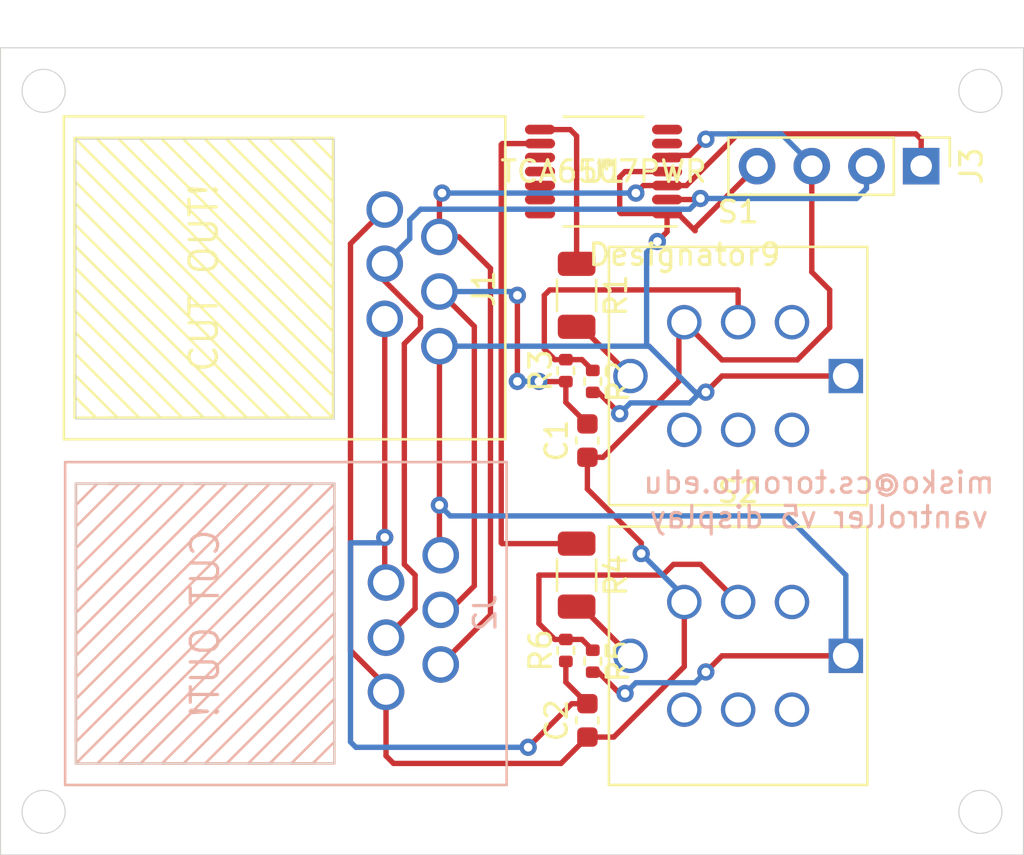
<source format=kicad_pcb>
(kicad_pcb (version 20171130) (host pcbnew "(5.1.9-0-10_14)")

  (general
    (thickness 1.6)
    (drawings 17)
    (tracks 176)
    (zones 0)
    (modules 14)
    (nets 28)
  )

  (page A4)
  (layers
    (0 F.Cu signal)
    (31 B.Cu signal)
    (32 B.Adhes user)
    (33 F.Adhes user)
    (34 B.Paste user)
    (35 F.Paste user)
    (36 B.SilkS user)
    (37 F.SilkS user)
    (38 B.Mask user)
    (39 F.Mask user)
    (40 Dwgs.User user)
    (41 Cmts.User user)
    (42 Eco1.User user)
    (43 Eco2.User user)
    (44 Edge.Cuts user)
    (45 Margin user)
    (46 B.CrtYd user)
    (47 F.CrtYd user)
    (48 B.Fab user)
    (49 F.Fab user)
  )

  (setup
    (last_trace_width 0.25)
    (trace_clearance 0.2)
    (zone_clearance 0.508)
    (zone_45_only no)
    (trace_min 0.2)
    (via_size 0.8)
    (via_drill 0.4)
    (via_min_size 0.4)
    (via_min_drill 0.3)
    (uvia_size 0.3)
    (uvia_drill 0.1)
    (uvias_allowed no)
    (uvia_min_size 0.2)
    (uvia_min_drill 0.1)
    (edge_width 0.05)
    (segment_width 0.2)
    (pcb_text_width 0.3)
    (pcb_text_size 1.5 1.5)
    (mod_edge_width 0.12)
    (mod_text_size 1 1)
    (mod_text_width 0.15)
    (pad_size 1.524 1.524)
    (pad_drill 0.762)
    (pad_to_mask_clearance 0)
    (aux_axis_origin 0 0)
    (visible_elements FFFFFF7F)
    (pcbplotparams
      (layerselection 0x010fc_ffffffff)
      (usegerberextensions false)
      (usegerberattributes true)
      (usegerberadvancedattributes true)
      (creategerberjobfile true)
      (excludeedgelayer true)
      (linewidth 0.100000)
      (plotframeref false)
      (viasonmask false)
      (mode 1)
      (useauxorigin false)
      (hpglpennumber 1)
      (hpglpenspeed 20)
      (hpglpendiameter 15.000000)
      (psnegative false)
      (psa4output false)
      (plotreference true)
      (plotvalue true)
      (plotinvisibletext false)
      (padsonsilk false)
      (subtractmaskfromsilk false)
      (outputformat 1)
      (mirror false)
      (drillshape 0)
      (scaleselection 1)
      (outputdirectory ""))
  )

  (net 0 "")
  (net 1 /BUTTON1)
  (net 2 GND)
  (net 3 /BUTTON2)
  (net 4 +3V3)
  (net 5 /SDA)
  (net 6 /SCL)
  (net 7 "Net-(R1-Pad2)")
  (net 8 /BUTTON1_LED)
  (net 9 "Net-(R2-Pad1)")
  (net 10 "Net-(R4-Pad2)")
  (net 11 /BUTTON2_LED)
  (net 12 "Net-(R5-Pad1)")
  (net 13 "Net-(S1-Pad1)")
  (net 14 "Net-(S1-Pad4)")
  (net 15 "Net-(S1-Pad5)")
  (net 16 "Net-(S1-Pad6)")
  (net 17 "Net-(S2-Pad1)")
  (net 18 "Net-(S2-Pad4)")
  (net 19 "Net-(S2-Pad5)")
  (net 20 "Net-(S2-Pad6)")
  (net 21 "Net-(U1-Pad6)")
  (net 22 "Net-(U1-Pad7)")
  (net 23 "Net-(U1-Pad10)")
  (net 24 "Net-(U1-Pad11)")
  (net 25 "Net-(U1-Pad12)")
  (net 26 "Net-(U1-Pad13)")
  (net 27 "Net-(U1-Pad14)")

  (net_class Default "This is the default net class."
    (clearance 0.2)
    (trace_width 0.25)
    (via_dia 0.8)
    (via_drill 0.4)
    (uvia_dia 0.3)
    (uvia_drill 0.1)
    (add_net +3V3)
    (add_net /BUTTON1)
    (add_net /BUTTON1_LED)
    (add_net /BUTTON2)
    (add_net /BUTTON2_LED)
    (add_net /SCL)
    (add_net /SDA)
    (add_net GND)
    (add_net "Net-(R1-Pad2)")
    (add_net "Net-(R2-Pad1)")
    (add_net "Net-(R4-Pad2)")
    (add_net "Net-(R5-Pad1)")
    (add_net "Net-(S1-Pad1)")
    (add_net "Net-(S1-Pad4)")
    (add_net "Net-(S1-Pad5)")
    (add_net "Net-(S1-Pad6)")
    (add_net "Net-(S2-Pad1)")
    (add_net "Net-(S2-Pad4)")
    (add_net "Net-(S2-Pad5)")
    (add_net "Net-(S2-Pad6)")
    (add_net "Net-(U1-Pad10)")
    (add_net "Net-(U1-Pad11)")
    (add_net "Net-(U1-Pad12)")
    (add_net "Net-(U1-Pad13)")
    (add_net "Net-(U1-Pad14)")
    (add_net "Net-(U1-Pad6)")
    (add_net "Net-(U1-Pad7)")
  )

  (module 282836-2:TCA6507PWR (layer F.Cu) (tedit 0) (tstamp 60DE9C97)
    (at 74 32.75 180)
    (path /60DEF30E)
    (fp_text reference U1 (at 0 0 180) (layer F.SilkS)
      (effects (font (size 1 1) (thickness 0.15)))
    )
    (fp_text value TCA6507PWR (at 0 0 180) (layer F.SilkS)
      (effects (font (size 1 1) (thickness 0.15)))
    )
    (fp_line (start -1.849999 2.55) (end 1.849999 2.55) (layer F.SilkS) (width 0.12))
    (fp_line (start -3.400001 -2.55) (end 1.849999 -2.55) (layer F.SilkS) (width 0.12))
    (fp_line (start 2.199991 2.072483) (end 2.430496 2.072483) (layer F.Fab) (width 0.1))
    (fp_line (start 2.733213 2.072483) (end 2.739029 2.072483) (layer F.Fab) (width 0.1))
    (fp_line (start 3.210098 2.072483) (end 3.210098 1.8275) (layer F.Fab) (width 0.1))
    (fp_line (start 2.430496 2.072483) (end 2.733213 2.072483) (layer F.Fab) (width 0.1))
    (fp_line (start 2.733213 1.8275) (end 2.739029 1.8275) (layer F.Fab) (width 0.1))
    (fp_line (start 2.739029 1.8275) (end 2.88668 1.8275) (layer F.Fab) (width 0.1))
    (fp_line (start 2.88668 2.072483) (end 3.210098 2.072483) (layer F.Fab) (width 0.1))
    (fp_line (start 2.199991 1.8275) (end 2.430496 1.8275) (layer F.Fab) (width 0.1))
    (fp_line (start 2.430496 1.8275) (end 2.733213 1.8275) (layer F.Fab) (width 0.1))
    (fp_line (start 2.739029 2.072483) (end 2.88668 2.072483) (layer F.Fab) (width 0.1))
    (fp_line (start 2.199991 2.072483) (end 2.199991 1.8275) (layer F.Fab) (width 0.1))
    (fp_line (start 2.88668 1.8275) (end 3.210098 1.8275) (layer F.Fab) (width 0.1))
    (fp_line (start 2.199991 1.422497) (end 2.430496 1.422497) (layer F.Fab) (width 0.1))
    (fp_line (start 2.733213 1.422497) (end 2.739029 1.422497) (layer F.Fab) (width 0.1))
    (fp_line (start 3.210098 1.422497) (end 3.210098 1.177488) (layer F.Fab) (width 0.1))
    (fp_line (start 2.430496 1.422497) (end 2.733213 1.422497) (layer F.Fab) (width 0.1))
    (fp_line (start 2.733213 1.177488) (end 2.739029 1.177488) (layer F.Fab) (width 0.1))
    (fp_line (start 2.739029 1.177488) (end 2.88668 1.177488) (layer F.Fab) (width 0.1))
    (fp_line (start 2.88668 1.422497) (end 3.210098 1.422497) (layer F.Fab) (width 0.1))
    (fp_line (start 2.199991 1.177488) (end 2.430496 1.177488) (layer F.Fab) (width 0.1))
    (fp_line (start 2.430496 1.177488) (end 2.733213 1.177488) (layer F.Fab) (width 0.1))
    (fp_line (start 2.739029 1.422497) (end 2.88668 1.422497) (layer F.Fab) (width 0.1))
    (fp_line (start 2.199991 1.422497) (end 2.199991 1.177488) (layer F.Fab) (width 0.1))
    (fp_line (start 2.88668 1.177488) (end 3.210098 1.177488) (layer F.Fab) (width 0.1))
    (fp_line (start 2.199991 0.772485) (end 2.430496 0.772485) (layer F.Fab) (width 0.1))
    (fp_line (start 2.733213 0.772485) (end 2.739029 0.772485) (layer F.Fab) (width 0.1))
    (fp_line (start 3.210098 0.772485) (end 3.210098 0.527477) (layer F.Fab) (width 0.1))
    (fp_line (start 2.430496 0.772485) (end 2.733213 0.772485) (layer F.Fab) (width 0.1))
    (fp_line (start 2.733213 0.527477) (end 2.739029 0.527477) (layer F.Fab) (width 0.1))
    (fp_line (start 2.739029 0.527477) (end 2.88668 0.527477) (layer F.Fab) (width 0.1))
    (fp_line (start 2.88668 0.772485) (end 3.210098 0.772485) (layer F.Fab) (width 0.1))
    (fp_line (start 2.199991 0.527477) (end 2.430496 0.527477) (layer F.Fab) (width 0.1))
    (fp_line (start 2.430496 0.527477) (end 2.733213 0.527477) (layer F.Fab) (width 0.1))
    (fp_line (start 2.739029 0.772485) (end 2.88668 0.772485) (layer F.Fab) (width 0.1))
    (fp_line (start 2.199991 0.772485) (end 2.199991 0.527477) (layer F.Fab) (width 0.1))
    (fp_line (start 2.88668 0.527477) (end 3.210098 0.527477) (layer F.Fab) (width 0.1))
    (fp_line (start 2.199991 0.122499) (end 2.430496 0.122499) (layer F.Fab) (width 0.1))
    (fp_line (start 2.733213 0.122499) (end 2.739029 0.122499) (layer F.Fab) (width 0.1))
    (fp_line (start 3.210098 0.122499) (end 3.210098 -0.122509) (layer F.Fab) (width 0.1))
    (fp_line (start 2.430496 0.122499) (end 2.733213 0.122499) (layer F.Fab) (width 0.1))
    (fp_line (start 2.733213 -0.122509) (end 2.739029 -0.122509) (layer F.Fab) (width 0.1))
    (fp_line (start 2.739029 -0.122509) (end 2.88668 -0.122509) (layer F.Fab) (width 0.1))
    (fp_line (start 2.88668 0.122499) (end 3.210098 0.122499) (layer F.Fab) (width 0.1))
    (fp_line (start 2.199991 -0.122509) (end 2.430496 -0.122509) (layer F.Fab) (width 0.1))
    (fp_line (start 2.430496 -0.122509) (end 2.733213 -0.122509) (layer F.Fab) (width 0.1))
    (fp_line (start 2.739029 0.122499) (end 2.88668 0.122499) (layer F.Fab) (width 0.1))
    (fp_line (start 2.199991 0.122499) (end 2.199991 -0.122509) (layer F.Fab) (width 0.1))
    (fp_line (start 2.88668 -0.122509) (end 3.210098 -0.122509) (layer F.Fab) (width 0.1))
    (fp_line (start 2.199991 -0.527512) (end 2.430496 -0.527512) (layer F.Fab) (width 0.1))
    (fp_line (start 2.733213 -0.527512) (end 2.739029 -0.527512) (layer F.Fab) (width 0.1))
    (fp_line (start 3.210098 -0.527512) (end 3.210098 -0.772521) (layer F.Fab) (width 0.1))
    (fp_line (start 2.430496 -0.527512) (end 2.733213 -0.527512) (layer F.Fab) (width 0.1))
    (fp_line (start 2.733213 -0.772521) (end 2.739029 -0.772521) (layer F.Fab) (width 0.1))
    (fp_line (start 2.739029 -0.772521) (end 2.88668 -0.772521) (layer F.Fab) (width 0.1))
    (fp_line (start 2.88668 -0.527512) (end 3.210098 -0.527512) (layer F.Fab) (width 0.1))
    (fp_line (start 2.199991 -0.772521) (end 2.430496 -0.772521) (layer F.Fab) (width 0.1))
    (fp_line (start 2.430496 -0.772521) (end 2.733213 -0.772521) (layer F.Fab) (width 0.1))
    (fp_line (start 2.739029 -0.527512) (end 2.88668 -0.527512) (layer F.Fab) (width 0.1))
    (fp_line (start 2.199991 -0.527512) (end 2.199991 -0.772521) (layer F.Fab) (width 0.1))
    (fp_line (start 2.88668 -0.772521) (end 3.210098 -0.772521) (layer F.Fab) (width 0.1))
    (fp_line (start 2.199991 -1.177524) (end 2.430496 -1.177524) (layer F.Fab) (width 0.1))
    (fp_line (start 2.733213 -1.177524) (end 2.739029 -1.177524) (layer F.Fab) (width 0.1))
    (fp_line (start 3.210098 -1.177524) (end 3.210098 -1.422507) (layer F.Fab) (width 0.1))
    (fp_line (start 2.430496 -1.177524) (end 2.733213 -1.177524) (layer F.Fab) (width 0.1))
    (fp_line (start 2.733213 -1.422507) (end 2.739029 -1.422507) (layer F.Fab) (width 0.1))
    (fp_line (start 2.739029 -1.422507) (end 2.88668 -1.422507) (layer F.Fab) (width 0.1))
    (fp_line (start 2.88668 -1.177524) (end 3.210098 -1.177524) (layer F.Fab) (width 0.1))
    (fp_line (start 2.199991 -1.422507) (end 2.430496 -1.422507) (layer F.Fab) (width 0.1))
    (fp_line (start 2.430496 -1.422507) (end 2.733213 -1.422507) (layer F.Fab) (width 0.1))
    (fp_line (start 2.739029 -1.177524) (end 2.88668 -1.177524) (layer F.Fab) (width 0.1))
    (fp_line (start 2.199991 -1.177524) (end 2.199991 -1.422507) (layer F.Fab) (width 0.1))
    (fp_line (start 2.88668 -1.422507) (end 3.210098 -1.422507) (layer F.Fab) (width 0.1))
    (fp_line (start 2.199991 -1.82751) (end 2.430496 -1.82751) (layer F.Fab) (width 0.1))
    (fp_line (start 2.733213 -1.82751) (end 2.739029 -1.82751) (layer F.Fab) (width 0.1))
    (fp_line (start 3.210098 -1.82751) (end 3.210098 -2.072518) (layer F.Fab) (width 0.1))
    (fp_line (start 2.430496 -1.82751) (end 2.733213 -1.82751) (layer F.Fab) (width 0.1))
    (fp_line (start 2.733213 -2.072518) (end 2.739029 -2.072518) (layer F.Fab) (width 0.1))
    (fp_line (start 2.739029 -2.072518) (end 2.88668 -2.072518) (layer F.Fab) (width 0.1))
    (fp_line (start 2.88668 -1.82751) (end 3.210098 -1.82751) (layer F.Fab) (width 0.1))
    (fp_line (start 2.199991 -2.072518) (end 2.430496 -2.072518) (layer F.Fab) (width 0.1))
    (fp_line (start 2.430496 -2.072518) (end 2.733213 -2.072518) (layer F.Fab) (width 0.1))
    (fp_line (start 2.739029 -1.82751) (end 2.88668 -1.82751) (layer F.Fab) (width 0.1))
    (fp_line (start 2.199991 -1.82751) (end 2.199991 -2.072518) (layer F.Fab) (width 0.1))
    (fp_line (start 2.88668 -2.072518) (end 3.210098 -2.072518) (layer F.Fab) (width 0.1))
    (fp_line (start -2.430531 1.8275) (end -2.200001 1.8275) (layer F.Fab) (width 0.1))
    (fp_line (start -2.739065 1.8275) (end -2.733248 1.8275) (layer F.Fab) (width 0.1))
    (fp_line (start -3.210133 2.072483) (end -3.210133 1.8275) (layer F.Fab) (width 0.1))
    (fp_line (start -2.733248 1.8275) (end -2.430531 1.8275) (layer F.Fab) (width 0.1))
    (fp_line (start -2.739065 2.072483) (end -2.733248 2.072483) (layer F.Fab) (width 0.1))
    (fp_line (start -2.88669 2.072483) (end -2.739065 2.072483) (layer F.Fab) (width 0.1))
    (fp_line (start -3.210133 1.8275) (end -2.88669 1.8275) (layer F.Fab) (width 0.1))
    (fp_line (start -2.430531 2.072483) (end -2.200001 2.072483) (layer F.Fab) (width 0.1))
    (fp_line (start -2.733248 2.072483) (end -2.430531 2.072483) (layer F.Fab) (width 0.1))
    (fp_line (start -2.88669 1.8275) (end -2.739065 1.8275) (layer F.Fab) (width 0.1))
    (fp_line (start -2.200001 2.072483) (end -2.200001 1.8275) (layer F.Fab) (width 0.1))
    (fp_line (start -3.210133 2.072483) (end -2.88669 2.072483) (layer F.Fab) (width 0.1))
    (fp_line (start -2.430531 1.177488) (end -2.200001 1.177488) (layer F.Fab) (width 0.1))
    (fp_line (start -2.739065 1.177488) (end -2.733248 1.177488) (layer F.Fab) (width 0.1))
    (fp_line (start -3.210133 1.422497) (end -3.210133 1.177488) (layer F.Fab) (width 0.1))
    (fp_line (start -2.733248 1.177488) (end -2.430531 1.177488) (layer F.Fab) (width 0.1))
    (fp_line (start -2.739065 1.422497) (end -2.733248 1.422497) (layer F.Fab) (width 0.1))
    (fp_line (start -2.88669 1.422497) (end -2.739065 1.422497) (layer F.Fab) (width 0.1))
    (fp_line (start -3.210133 1.177488) (end -2.88669 1.177488) (layer F.Fab) (width 0.1))
    (fp_line (start -2.430531 1.422497) (end -2.200001 1.422497) (layer F.Fab) (width 0.1))
    (fp_line (start -2.733248 1.422497) (end -2.430531 1.422497) (layer F.Fab) (width 0.1))
    (fp_line (start -2.88669 1.177488) (end -2.739065 1.177488) (layer F.Fab) (width 0.1))
    (fp_line (start -2.200001 1.422497) (end -2.200001 1.177488) (layer F.Fab) (width 0.1))
    (fp_line (start -3.210133 1.422497) (end -2.88669 1.422497) (layer F.Fab) (width 0.1))
    (fp_line (start -2.430531 0.527477) (end -2.200001 0.527477) (layer F.Fab) (width 0.1))
    (fp_line (start -2.739065 0.527477) (end -2.733248 0.527477) (layer F.Fab) (width 0.1))
    (fp_line (start -3.210133 0.772485) (end -3.210133 0.527477) (layer F.Fab) (width 0.1))
    (fp_line (start -2.733248 0.527477) (end -2.430531 0.527477) (layer F.Fab) (width 0.1))
    (fp_line (start -2.739065 0.772485) (end -2.733248 0.772485) (layer F.Fab) (width 0.1))
    (fp_line (start -2.88669 0.772485) (end -2.739065 0.772485) (layer F.Fab) (width 0.1))
    (fp_line (start -3.210133 0.527477) (end -2.88669 0.527477) (layer F.Fab) (width 0.1))
    (fp_line (start -2.430531 0.772485) (end -2.200001 0.772485) (layer F.Fab) (width 0.1))
    (fp_line (start -2.733248 0.772485) (end -2.430531 0.772485) (layer F.Fab) (width 0.1))
    (fp_line (start -2.88669 0.527477) (end -2.739065 0.527477) (layer F.Fab) (width 0.1))
    (fp_line (start -2.200001 0.772485) (end -2.200001 0.527477) (layer F.Fab) (width 0.1))
    (fp_line (start -3.210133 0.772485) (end -2.88669 0.772485) (layer F.Fab) (width 0.1))
    (fp_line (start -2.430531 -0.122509) (end -2.200001 -0.122509) (layer F.Fab) (width 0.1))
    (fp_line (start -2.739065 -0.122509) (end -2.733248 -0.122509) (layer F.Fab) (width 0.1))
    (fp_line (start -3.210133 0.122499) (end -3.210133 -0.122509) (layer F.Fab) (width 0.1))
    (fp_line (start -2.733248 -0.122509) (end -2.430531 -0.122509) (layer F.Fab) (width 0.1))
    (fp_line (start -2.739065 0.122499) (end -2.733248 0.122499) (layer F.Fab) (width 0.1))
    (fp_line (start -2.88669 0.122499) (end -2.739065 0.122499) (layer F.Fab) (width 0.1))
    (fp_line (start -3.210133 -0.122509) (end -2.88669 -0.122509) (layer F.Fab) (width 0.1))
    (fp_line (start -2.430531 0.122499) (end -2.200001 0.122499) (layer F.Fab) (width 0.1))
    (fp_line (start -2.733248 0.122499) (end -2.430531 0.122499) (layer F.Fab) (width 0.1))
    (fp_line (start -2.88669 -0.122509) (end -2.739065 -0.122509) (layer F.Fab) (width 0.1))
    (fp_line (start -2.200001 0.122499) (end -2.200001 -0.122509) (layer F.Fab) (width 0.1))
    (fp_line (start -3.210133 0.122499) (end -2.88669 0.122499) (layer F.Fab) (width 0.1))
    (fp_line (start -2.430531 -0.772521) (end -2.200001 -0.772521) (layer F.Fab) (width 0.1))
    (fp_line (start -2.739065 -0.772521) (end -2.733248 -0.772521) (layer F.Fab) (width 0.1))
    (fp_line (start -3.210133 -0.527512) (end -3.210133 -0.772521) (layer F.Fab) (width 0.1))
    (fp_line (start -2.733248 -0.772521) (end -2.430531 -0.772521) (layer F.Fab) (width 0.1))
    (fp_line (start -2.739065 -0.527512) (end -2.733248 -0.527512) (layer F.Fab) (width 0.1))
    (fp_line (start -2.88669 -0.527512) (end -2.739065 -0.527512) (layer F.Fab) (width 0.1))
    (fp_line (start -3.210133 -0.772521) (end -2.88669 -0.772521) (layer F.Fab) (width 0.1))
    (fp_line (start -2.430531 -0.527512) (end -2.200001 -0.527512) (layer F.Fab) (width 0.1))
    (fp_line (start -2.733248 -0.527512) (end -2.430531 -0.527512) (layer F.Fab) (width 0.1))
    (fp_line (start -2.88669 -0.772521) (end -2.739065 -0.772521) (layer F.Fab) (width 0.1))
    (fp_line (start -2.200001 -0.527512) (end -2.200001 -0.772521) (layer F.Fab) (width 0.1))
    (fp_line (start -3.210133 -0.527512) (end -2.88669 -0.527512) (layer F.Fab) (width 0.1))
    (fp_line (start -2.430531 -1.422507) (end -2.200001 -1.422507) (layer F.Fab) (width 0.1))
    (fp_line (start -2.739065 -1.422507) (end -2.733248 -1.422507) (layer F.Fab) (width 0.1))
    (fp_line (start -3.210133 -1.177524) (end -3.210133 -1.422507) (layer F.Fab) (width 0.1))
    (fp_line (start -2.733248 -1.422507) (end -2.430531 -1.422507) (layer F.Fab) (width 0.1))
    (fp_line (start -2.739065 -1.177524) (end -2.733248 -1.177524) (layer F.Fab) (width 0.1))
    (fp_line (start -2.88669 -1.177524) (end -2.739065 -1.177524) (layer F.Fab) (width 0.1))
    (fp_line (start -3.210133 -1.422507) (end -2.88669 -1.422507) (layer F.Fab) (width 0.1))
    (fp_line (start -2.430531 -1.177524) (end -2.200001 -1.177524) (layer F.Fab) (width 0.1))
    (fp_line (start -2.733248 -1.177524) (end -2.430531 -1.177524) (layer F.Fab) (width 0.1))
    (fp_line (start -2.88669 -1.422507) (end -2.739065 -1.422507) (layer F.Fab) (width 0.1))
    (fp_line (start -2.200001 -1.177524) (end -2.200001 -1.422507) (layer F.Fab) (width 0.1))
    (fp_line (start -3.210133 -1.177524) (end -2.88669 -1.177524) (layer F.Fab) (width 0.1))
    (fp_line (start -2.430531 -2.072518) (end -2.200001 -2.072518) (layer F.Fab) (width 0.1))
    (fp_line (start -2.739065 -2.072518) (end -2.733248 -2.072518) (layer F.Fab) (width 0.1))
    (fp_line (start -3.210133 -1.82751) (end -3.210133 -2.072518) (layer F.Fab) (width 0.1))
    (fp_line (start -2.733248 -2.072518) (end -2.430531 -2.072518) (layer F.Fab) (width 0.1))
    (fp_line (start -2.739065 -1.82751) (end -2.733248 -1.82751) (layer F.Fab) (width 0.1))
    (fp_line (start -2.88669 -1.82751) (end -2.739065 -1.82751) (layer F.Fab) (width 0.1))
    (fp_line (start -3.210133 -2.072518) (end -2.88669 -2.072518) (layer F.Fab) (width 0.1))
    (fp_line (start -2.430531 -1.82751) (end -2.200001 -1.82751) (layer F.Fab) (width 0.1))
    (fp_line (start -2.733248 -1.82751) (end -2.430531 -1.82751) (layer F.Fab) (width 0.1))
    (fp_line (start -2.88669 -2.072518) (end -2.739065 -2.072518) (layer F.Fab) (width 0.1))
    (fp_line (start -2.200001 -1.82751) (end -2.200001 -2.072518) (layer F.Fab) (width 0.1))
    (fp_line (start -3.210133 -1.82751) (end -2.88669 -1.82751) (layer F.Fab) (width 0.1))
    (fp_line (start -1.954383 -2.450013) (end 1.954347 -2.450013) (layer F.Fab) (width 0.1))
    (fp_line (start -2.200001 2.29999) (end -2.200001 -2.3) (layer F.Fab) (width 0.1))
    (fp_line (start -2.000001 -2.5) (end 1.999991 -2.5) (layer F.Fab) (width 0.1))
    (fp_line (start -1.954383 2.449977) (end 1.954347 2.449977) (layer F.Fab) (width 0.1))
    (fp_line (start 2.199991 2.29999) (end 2.199991 -2.3) (layer F.Fab) (width 0.1))
    (fp_line (start -2.150013 2.254347) (end -2.150013 -2.254382) (layer F.Fab) (width 0.1))
    (fp_line (start 2.149978 2.254347) (end 2.149978 -2.254382) (layer F.Fab) (width 0.1))
    (fp_line (start -2.000001 2.49999) (end 1.999991 2.49999) (layer F.Fab) (width 0.1))
    (fp_text user "Copyright 2021 Accelerated Designs. All rights reserved." (at 0 0 180) (layer Cmts.User)
      (effects (font (size 0.127 0.127) (thickness 0.002)))
    )
    (fp_text user * (at 0 0 180) (layer F.SilkS)
      (effects (font (size 1 1) (thickness 0.15)))
    )
    (fp_text user * (at 0 0 180) (layer F.Fab)
      (effects (font (size 1 1) (thickness 0.15)))
    )
    (fp_text user .Designator (at -0.275001 -1.899999 90) (layer F.Fab)
      (effects (font (size 1 1) (thickness 0.15)))
    )
    (fp_text user .Designator (at -0.275001 -1.899999 90) (layer Dwgs.User)
      (effects (font (size 1 1) (thickness 0.15)))
    )
    (fp_text user Designator9 (at -3.7592 -3.8608 180) (layer F.SilkS)
      (effects (font (size 1 1) (thickness 0.15)))
    )
    (fp_arc (start -2.000001 -2.3) (end -2.000001 -2.5) (angle 90.000099) (layer F.Fab) (width 0.1))
    (fp_arc (start -2.000001 2.29999) (end -1.800001 2.29999) (angle 90.000099) (layer F.Fab) (width 0.1))
    (fp_arc (start -1.200003 -1.500002) (end -1.200003 1.900001) (angle 180) (layer F.Fab) (width 0.1))
    (fp_arc (start -1.200003 -1.500002) (end -1.200003 -1.900001) (angle 180) (layer F.Fab) (width 0.1))
    (fp_arc (start 1.999991 -2.3) (end 1.799991 -2.3) (angle 90) (layer F.Fab) (width 0.1))
    (fp_arc (start 1.999991 2.29999) (end 1.999991 -2.49999) (angle 90) (layer F.Fab) (width 0.1))
    (pad 1 smd oval (at -2.950002 -1.950001 270) (size 0.449999 1.4) (layers F.Cu F.Paste F.Mask)
      (net 4 +3V3))
    (pad 2 smd oval (at -2.950002 -1.3 270) (size 0.449999 1.4) (layers F.Cu F.Paste F.Mask)
      (net 6 /SCL))
    (pad 3 smd oval (at -2.950002 -0.650001 270) (size 0.449999 1.4) (layers F.Cu F.Paste F.Mask)
      (net 5 /SDA))
    (pad 4 smd oval (at -2.950002 0 270) (size 0.449999 1.4) (layers F.Cu F.Paste F.Mask)
      (net 4 +3V3))
    (pad 5 smd oval (at -2.950002 0.649999 270) (size 0.449999 1.4) (layers F.Cu F.Paste F.Mask)
      (net 2 GND))
    (pad 6 smd oval (at -2.950002 1.3 270) (size 0.449999 1.4) (layers F.Cu F.Paste F.Mask)
      (net 21 "Net-(U1-Pad6)"))
    (pad 7 smd oval (at -2.950002 1.949999 270) (size 0.449999 1.4) (layers F.Cu F.Paste F.Mask)
      (net 22 "Net-(U1-Pad7)"))
    (pad 8 smd oval (at 2.949999 1.949999 270) (size 0.449999 1.4) (layers F.Cu F.Paste F.Mask)
      (net 8 /BUTTON1_LED))
    (pad 9 smd oval (at 2.949999 1.3 270) (size 0.449999 1.4) (layers F.Cu F.Paste F.Mask)
      (net 11 /BUTTON2_LED))
    (pad 10 smd oval (at 2.949999 0.649999 270) (size 0.449999 1.4) (layers F.Cu F.Paste F.Mask)
      (net 23 "Net-(U1-Pad10)"))
    (pad 11 smd oval (at 2.949999 0 270) (size 0.449999 1.4) (layers F.Cu F.Paste F.Mask)
      (net 24 "Net-(U1-Pad11)"))
    (pad 12 smd oval (at 2.949999 -0.650001 270) (size 0.449999 1.4) (layers F.Cu F.Paste F.Mask)
      (net 25 "Net-(U1-Pad12)"))
    (pad 13 smd oval (at 2.949999 -1.3 270) (size 0.449999 1.4) (layers F.Cu F.Paste F.Mask)
      (net 26 "Net-(U1-Pad13)"))
    (pad 14 smd oval (at 2.949999 -1.950001 270) (size 0.449999 1.4) (layers F.Cu F.Paste F.Mask)
      (net 27 "Net-(U1-Pad14)"))
  )

  (module 282836-2:LP4-eswitch (layer F.Cu) (tedit 608257EB) (tstamp 60DE94F9)
    (at 80.25 55.25)
    (path /60DFE43D)
    (fp_text reference S2 (at 0 -7.62) (layer F.SilkS)
      (effects (font (size 1 1) (thickness 0.15)))
    )
    (fp_text value LP4-eswitch-Switch (at 0 -0.5) (layer F.Fab)
      (effects (font (size 1 1) (thickness 0.15)))
    )
    (fp_line (start -6 -6) (end -6 6) (layer F.SilkS) (width 0.12))
    (fp_line (start 6 -6) (end 6 6) (layer F.SilkS) (width 0.12))
    (fp_line (start -6 6) (end 6 6) (layer F.SilkS) (width 0.12))
    (fp_line (start -6 -6) (end 6 -6) (layer F.SilkS) (width 0.12))
    (pad 1 thru_hole circle (at 2.5 -2.5) (size 1.6 1.6) (drill 1.2) (layers *.Cu *.Mask)
      (net 17 "Net-(S2-Pad1)"))
    (pad 2 thru_hole circle (at 0 -2.5) (size 1.6 1.6) (drill 1.2) (layers *.Cu *.Mask)
      (net 12 "Net-(R5-Pad1)"))
    (pad 3 thru_hole circle (at -2.5 -2.5) (size 1.6 1.6) (drill 1.2) (layers *.Cu *.Mask)
      (net 2 GND))
    (pad 4 thru_hole circle (at 2.5 2.5) (size 1.6 1.6) (drill 1.2) (layers *.Cu *.Mask)
      (net 18 "Net-(S2-Pad4)"))
    (pad 5 thru_hole circle (at 0 2.5) (size 1.6 1.6) (drill 1.2) (layers *.Cu *.Mask)
      (net 19 "Net-(S2-Pad5)"))
    (pad 6 thru_hole circle (at -2.5 2.5) (size 1.6 1.6) (drill 1.2) (layers *.Cu *.Mask)
      (net 20 "Net-(S2-Pad6)"))
    (pad L1 thru_hole rect (at 5 0) (size 1.6 1.6) (drill 1.2) (layers *.Cu *.Mask)
      (net 4 +3V3))
    (pad L2 thru_hole circle (at -5 0) (size 1.6 1.6) (drill 1.2) (layers *.Cu *.Mask)
      (net 10 "Net-(R4-Pad2)"))
  )

  (module 282836-2:LP4-eswitch (layer F.Cu) (tedit 608257EB) (tstamp 60DE94E9)
    (at 80.25 42.25)
    (path /60DE1231)
    (fp_text reference S1 (at 0 -7.62) (layer F.SilkS)
      (effects (font (size 1 1) (thickness 0.15)))
    )
    (fp_text value LP4-eswitch-Switch (at 0 -0.5) (layer F.Fab)
      (effects (font (size 1 1) (thickness 0.15)))
    )
    (fp_line (start -6 -6) (end -6 6) (layer F.SilkS) (width 0.12))
    (fp_line (start 6 -6) (end 6 6) (layer F.SilkS) (width 0.12))
    (fp_line (start -6 6) (end 6 6) (layer F.SilkS) (width 0.12))
    (fp_line (start -6 -6) (end 6 -6) (layer F.SilkS) (width 0.12))
    (pad 1 thru_hole circle (at 2.5 -2.5) (size 1.6 1.6) (drill 1.2) (layers *.Cu *.Mask)
      (net 13 "Net-(S1-Pad1)"))
    (pad 2 thru_hole circle (at 0 -2.5) (size 1.6 1.6) (drill 1.2) (layers *.Cu *.Mask)
      (net 9 "Net-(R2-Pad1)"))
    (pad 3 thru_hole circle (at -2.5 -2.5) (size 1.6 1.6) (drill 1.2) (layers *.Cu *.Mask)
      (net 2 GND))
    (pad 4 thru_hole circle (at 2.5 2.5) (size 1.6 1.6) (drill 1.2) (layers *.Cu *.Mask)
      (net 14 "Net-(S1-Pad4)"))
    (pad 5 thru_hole circle (at 0 2.5) (size 1.6 1.6) (drill 1.2) (layers *.Cu *.Mask)
      (net 15 "Net-(S1-Pad5)"))
    (pad 6 thru_hole circle (at -2.5 2.5) (size 1.6 1.6) (drill 1.2) (layers *.Cu *.Mask)
      (net 16 "Net-(S1-Pad6)"))
    (pad L1 thru_hole rect (at 5 0) (size 1.6 1.6) (drill 1.2) (layers *.Cu *.Mask)
      (net 4 +3V3))
    (pad L2 thru_hole circle (at -5 0) (size 1.6 1.6) (drill 1.2) (layers *.Cu *.Mask)
      (net 7 "Net-(R1-Pad2)"))
  )

  (module Resistor_SMD:R_0402_1005Metric (layer F.Cu) (tedit 5F68FEEE) (tstamp 60DE94D9)
    (at 72.25 55 90)
    (descr "Resistor SMD 0402 (1005 Metric), square (rectangular) end terminal, IPC_7351 nominal, (Body size source: IPC-SM-782 page 72, https://www.pcb-3d.com/wordpress/wp-content/uploads/ipc-sm-782a_amendment_1_and_2.pdf), generated with kicad-footprint-generator")
    (tags resistor)
    (path /60DFE493)
    (attr smd)
    (fp_text reference R6 (at 0 -1.17 90) (layer F.SilkS)
      (effects (font (size 1 1) (thickness 0.15)))
    )
    (fp_text value 10kohm (at 0 1.17 90) (layer F.Fab)
      (effects (font (size 1 1) (thickness 0.15)))
    )
    (fp_line (start -0.525 0.27) (end -0.525 -0.27) (layer F.Fab) (width 0.1))
    (fp_line (start -0.525 -0.27) (end 0.525 -0.27) (layer F.Fab) (width 0.1))
    (fp_line (start 0.525 -0.27) (end 0.525 0.27) (layer F.Fab) (width 0.1))
    (fp_line (start 0.525 0.27) (end -0.525 0.27) (layer F.Fab) (width 0.1))
    (fp_line (start -0.153641 -0.38) (end 0.153641 -0.38) (layer F.SilkS) (width 0.12))
    (fp_line (start -0.153641 0.38) (end 0.153641 0.38) (layer F.SilkS) (width 0.12))
    (fp_line (start -0.93 0.47) (end -0.93 -0.47) (layer F.CrtYd) (width 0.05))
    (fp_line (start -0.93 -0.47) (end 0.93 -0.47) (layer F.CrtYd) (width 0.05))
    (fp_line (start 0.93 -0.47) (end 0.93 0.47) (layer F.CrtYd) (width 0.05))
    (fp_line (start 0.93 0.47) (end -0.93 0.47) (layer F.CrtYd) (width 0.05))
    (fp_text user %R (at 0 0 90) (layer F.Fab)
      (effects (font (size 0.26 0.26) (thickness 0.04)))
    )
    (pad 2 smd roundrect (at 0.51 0 90) (size 0.54 0.64) (layers F.Cu F.Paste F.Mask) (roundrect_rratio 0.25)
      (net 12 "Net-(R5-Pad1)"))
    (pad 1 smd roundrect (at -0.51 0 90) (size 0.54 0.64) (layers F.Cu F.Paste F.Mask) (roundrect_rratio 0.25)
      (net 3 /BUTTON2))
    (model ${KISYS3DMOD}/Resistor_SMD.3dshapes/R_0402_1005Metric.wrl
      (at (xyz 0 0 0))
      (scale (xyz 1 1 1))
      (rotate (xyz 0 0 0))
    )
  )

  (module Resistor_SMD:R_0402_1005Metric (layer F.Cu) (tedit 5F68FEEE) (tstamp 60DE94C8)
    (at 73.5 55.5 270)
    (descr "Resistor SMD 0402 (1005 Metric), square (rectangular) end terminal, IPC_7351 nominal, (Body size source: IPC-SM-782 page 72, https://www.pcb-3d.com/wordpress/wp-content/uploads/ipc-sm-782a_amendment_1_and_2.pdf), generated with kicad-footprint-generator")
    (tags resistor)
    (path /60DFE447)
    (attr smd)
    (fp_text reference R5 (at 0 -1.17 270) (layer F.SilkS)
      (effects (font (size 1 1) (thickness 0.15)))
    )
    (fp_text value 10kohm (at 0 1.17 270) (layer F.Fab)
      (effects (font (size 1 1) (thickness 0.15)))
    )
    (fp_line (start -0.525 0.27) (end -0.525 -0.27) (layer F.Fab) (width 0.1))
    (fp_line (start -0.525 -0.27) (end 0.525 -0.27) (layer F.Fab) (width 0.1))
    (fp_line (start 0.525 -0.27) (end 0.525 0.27) (layer F.Fab) (width 0.1))
    (fp_line (start 0.525 0.27) (end -0.525 0.27) (layer F.Fab) (width 0.1))
    (fp_line (start -0.153641 -0.38) (end 0.153641 -0.38) (layer F.SilkS) (width 0.12))
    (fp_line (start -0.153641 0.38) (end 0.153641 0.38) (layer F.SilkS) (width 0.12))
    (fp_line (start -0.93 0.47) (end -0.93 -0.47) (layer F.CrtYd) (width 0.05))
    (fp_line (start -0.93 -0.47) (end 0.93 -0.47) (layer F.CrtYd) (width 0.05))
    (fp_line (start 0.93 -0.47) (end 0.93 0.47) (layer F.CrtYd) (width 0.05))
    (fp_line (start 0.93 0.47) (end -0.93 0.47) (layer F.CrtYd) (width 0.05))
    (fp_text user %R (at 0 0 270) (layer F.Fab)
      (effects (font (size 0.26 0.26) (thickness 0.04)))
    )
    (pad 2 smd roundrect (at 0.51 0 270) (size 0.54 0.64) (layers F.Cu F.Paste F.Mask) (roundrect_rratio 0.25)
      (net 4 +3V3))
    (pad 1 smd roundrect (at -0.51 0 270) (size 0.54 0.64) (layers F.Cu F.Paste F.Mask) (roundrect_rratio 0.25)
      (net 12 "Net-(R5-Pad1)"))
    (model ${KISYS3DMOD}/Resistor_SMD.3dshapes/R_0402_1005Metric.wrl
      (at (xyz 0 0 0))
      (scale (xyz 1 1 1))
      (rotate (xyz 0 0 0))
    )
  )

  (module Resistor_SMD:R_1206_3216Metric (layer F.Cu) (tedit 5F68FEEE) (tstamp 60DE94B7)
    (at 72.75 51.5 270)
    (descr "Resistor SMD 1206 (3216 Metric), square (rectangular) end terminal, IPC_7351 nominal, (Body size source: IPC-SM-782 page 72, https://www.pcb-3d.com/wordpress/wp-content/uploads/ipc-sm-782a_amendment_1_and_2.pdf), generated with kicad-footprint-generator")
    (tags resistor)
    (path /60DFE451)
    (attr smd)
    (fp_text reference R4 (at 0 -1.82 270) (layer F.SilkS)
      (effects (font (size 1 1) (thickness 0.15)))
    )
    (fp_text value 750ohm (at 0 1.82 270) (layer F.Fab)
      (effects (font (size 1 1) (thickness 0.15)))
    )
    (fp_line (start -1.6 0.8) (end -1.6 -0.8) (layer F.Fab) (width 0.1))
    (fp_line (start -1.6 -0.8) (end 1.6 -0.8) (layer F.Fab) (width 0.1))
    (fp_line (start 1.6 -0.8) (end 1.6 0.8) (layer F.Fab) (width 0.1))
    (fp_line (start 1.6 0.8) (end -1.6 0.8) (layer F.Fab) (width 0.1))
    (fp_line (start -0.727064 -0.91) (end 0.727064 -0.91) (layer F.SilkS) (width 0.12))
    (fp_line (start -0.727064 0.91) (end 0.727064 0.91) (layer F.SilkS) (width 0.12))
    (fp_line (start -2.28 1.12) (end -2.28 -1.12) (layer F.CrtYd) (width 0.05))
    (fp_line (start -2.28 -1.12) (end 2.28 -1.12) (layer F.CrtYd) (width 0.05))
    (fp_line (start 2.28 -1.12) (end 2.28 1.12) (layer F.CrtYd) (width 0.05))
    (fp_line (start 2.28 1.12) (end -2.28 1.12) (layer F.CrtYd) (width 0.05))
    (fp_text user %R (at 0 0 270) (layer F.Fab)
      (effects (font (size 0.8 0.8) (thickness 0.12)))
    )
    (pad 2 smd roundrect (at 1.4625 0 270) (size 1.125 1.75) (layers F.Cu F.Paste F.Mask) (roundrect_rratio 0.2222213333333333)
      (net 10 "Net-(R4-Pad2)"))
    (pad 1 smd roundrect (at -1.4625 0 270) (size 1.125 1.75) (layers F.Cu F.Paste F.Mask) (roundrect_rratio 0.2222213333333333)
      (net 11 /BUTTON2_LED))
    (model ${KISYS3DMOD}/Resistor_SMD.3dshapes/R_1206_3216Metric.wrl
      (at (xyz 0 0 0))
      (scale (xyz 1 1 1))
      (rotate (xyz 0 0 0))
    )
  )

  (module Resistor_SMD:R_0402_1005Metric (layer F.Cu) (tedit 60DE51A4) (tstamp 60DE94A6)
    (at 72.25 42 90)
    (descr "Resistor SMD 0402 (1005 Metric), square (rectangular) end terminal, IPC_7351 nominal, (Body size source: IPC-SM-782 page 72, https://www.pcb-3d.com/wordpress/wp-content/uploads/ipc-sm-782a_amendment_1_and_2.pdf), generated with kicad-footprint-generator")
    (tags resistor)
    (path /60DF1FD1)
    (attr smd)
    (fp_text reference R3 (at 0 -1.17 90) (layer F.SilkS)
      (effects (font (size 1 1) (thickness 0.15)))
    )
    (fp_text value 10kohm (at -1 3.75 90) (layer F.Fab)
      (effects (font (size 1 1) (thickness 0.15)))
    )
    (fp_line (start -0.525 0.27) (end -0.525 -0.27) (layer F.Fab) (width 0.1))
    (fp_line (start -0.525 -0.27) (end 0.525 -0.27) (layer F.Fab) (width 0.1))
    (fp_line (start 0.525 -0.27) (end 0.525 0.27) (layer F.Fab) (width 0.1))
    (fp_line (start 0.525 0.27) (end -0.525 0.27) (layer F.Fab) (width 0.1))
    (fp_line (start -0.153641 -0.38) (end 0.153641 -0.38) (layer F.SilkS) (width 0.12))
    (fp_line (start -0.153641 0.38) (end 0.153641 0.38) (layer F.SilkS) (width 0.12))
    (fp_line (start -0.93 0.47) (end -0.93 -0.47) (layer F.CrtYd) (width 0.05))
    (fp_line (start -0.93 -0.47) (end 0.93 -0.47) (layer F.CrtYd) (width 0.05))
    (fp_line (start 0.93 -0.47) (end 0.93 0.47) (layer F.CrtYd) (width 0.05))
    (fp_line (start 0.93 0.47) (end -0.93 0.47) (layer F.CrtYd) (width 0.05))
    (fp_text user %R (at 0 0 90) (layer F.Fab)
      (effects (font (size 0.26 0.26) (thickness 0.04)))
    )
    (pad 2 smd roundrect (at 0.51 0 90) (size 0.54 0.64) (layers F.Cu F.Paste F.Mask) (roundrect_rratio 0.25)
      (net 9 "Net-(R2-Pad1)"))
    (pad 1 smd roundrect (at -0.51 0 90) (size 0.54 0.64) (layers F.Cu F.Paste F.Mask) (roundrect_rratio 0.25)
      (net 1 /BUTTON1))
    (model ${KISYS3DMOD}/Resistor_SMD.3dshapes/R_0402_1005Metric.wrl
      (at (xyz 0 0 0))
      (scale (xyz 1 1 1))
      (rotate (xyz 0 0 0))
    )
  )

  (module Resistor_SMD:R_0402_1005Metric (layer F.Cu) (tedit 5F68FEEE) (tstamp 60DE9495)
    (at 73.5 42.5 270)
    (descr "Resistor SMD 0402 (1005 Metric), square (rectangular) end terminal, IPC_7351 nominal, (Body size source: IPC-SM-782 page 72, https://www.pcb-3d.com/wordpress/wp-content/uploads/ipc-sm-782a_amendment_1_and_2.pdf), generated with kicad-footprint-generator")
    (tags resistor)
    (path /60DEBA29)
    (attr smd)
    (fp_text reference R2 (at 0 -1.17 270) (layer F.SilkS)
      (effects (font (size 1 1) (thickness 0.15)))
    )
    (fp_text value 10kohm (at 0 1.17 270) (layer F.Fab)
      (effects (font (size 1 1) (thickness 0.15)))
    )
    (fp_line (start -0.525 0.27) (end -0.525 -0.27) (layer F.Fab) (width 0.1))
    (fp_line (start -0.525 -0.27) (end 0.525 -0.27) (layer F.Fab) (width 0.1))
    (fp_line (start 0.525 -0.27) (end 0.525 0.27) (layer F.Fab) (width 0.1))
    (fp_line (start 0.525 0.27) (end -0.525 0.27) (layer F.Fab) (width 0.1))
    (fp_line (start -0.153641 -0.38) (end 0.153641 -0.38) (layer F.SilkS) (width 0.12))
    (fp_line (start -0.153641 0.38) (end 0.153641 0.38) (layer F.SilkS) (width 0.12))
    (fp_line (start -0.93 0.47) (end -0.93 -0.47) (layer F.CrtYd) (width 0.05))
    (fp_line (start -0.93 -0.47) (end 0.93 -0.47) (layer F.CrtYd) (width 0.05))
    (fp_line (start 0.93 -0.47) (end 0.93 0.47) (layer F.CrtYd) (width 0.05))
    (fp_line (start 0.93 0.47) (end -0.93 0.47) (layer F.CrtYd) (width 0.05))
    (fp_text user %R (at 0 0 270) (layer F.Fab)
      (effects (font (size 0.26 0.26) (thickness 0.04)))
    )
    (pad 2 smd roundrect (at 0.51 0 270) (size 0.54 0.64) (layers F.Cu F.Paste F.Mask) (roundrect_rratio 0.25)
      (net 4 +3V3))
    (pad 1 smd roundrect (at -0.51 0 270) (size 0.54 0.64) (layers F.Cu F.Paste F.Mask) (roundrect_rratio 0.25)
      (net 9 "Net-(R2-Pad1)"))
    (model ${KISYS3DMOD}/Resistor_SMD.3dshapes/R_0402_1005Metric.wrl
      (at (xyz 0 0 0))
      (scale (xyz 1 1 1))
      (rotate (xyz 0 0 0))
    )
  )

  (module Resistor_SMD:R_1206_3216Metric (layer F.Cu) (tedit 5F68FEEE) (tstamp 60DE9484)
    (at 72.75 38.5 270)
    (descr "Resistor SMD 1206 (3216 Metric), square (rectangular) end terminal, IPC_7351 nominal, (Body size source: IPC-SM-782 page 72, https://www.pcb-3d.com/wordpress/wp-content/uploads/ipc-sm-782a_amendment_1_and_2.pdf), generated with kicad-footprint-generator")
    (tags resistor)
    (path /60DEC2AB)
    (attr smd)
    (fp_text reference R1 (at 0 -1.82 270) (layer F.SilkS)
      (effects (font (size 1 1) (thickness 0.15)))
    )
    (fp_text value 750ohm (at 0 1.82 270) (layer F.Fab)
      (effects (font (size 1 1) (thickness 0.15)))
    )
    (fp_line (start -1.6 0.8) (end -1.6 -0.8) (layer F.Fab) (width 0.1))
    (fp_line (start -1.6 -0.8) (end 1.6 -0.8) (layer F.Fab) (width 0.1))
    (fp_line (start 1.6 -0.8) (end 1.6 0.8) (layer F.Fab) (width 0.1))
    (fp_line (start 1.6 0.8) (end -1.6 0.8) (layer F.Fab) (width 0.1))
    (fp_line (start -0.727064 -0.91) (end 0.727064 -0.91) (layer F.SilkS) (width 0.12))
    (fp_line (start -0.727064 0.91) (end 0.727064 0.91) (layer F.SilkS) (width 0.12))
    (fp_line (start -2.28 1.12) (end -2.28 -1.12) (layer F.CrtYd) (width 0.05))
    (fp_line (start -2.28 -1.12) (end 2.28 -1.12) (layer F.CrtYd) (width 0.05))
    (fp_line (start 2.28 -1.12) (end 2.28 1.12) (layer F.CrtYd) (width 0.05))
    (fp_line (start 2.28 1.12) (end -2.28 1.12) (layer F.CrtYd) (width 0.05))
    (fp_text user %R (at 0 0 270) (layer F.Fab)
      (effects (font (size 0.8 0.8) (thickness 0.12)))
    )
    (pad 2 smd roundrect (at 1.4625 0 270) (size 1.125 1.75) (layers F.Cu F.Paste F.Mask) (roundrect_rratio 0.2222213333333333)
      (net 7 "Net-(R1-Pad2)"))
    (pad 1 smd roundrect (at -1.4625 0 270) (size 1.125 1.75) (layers F.Cu F.Paste F.Mask) (roundrect_rratio 0.2222213333333333)
      (net 8 /BUTTON1_LED))
    (model ${KISYS3DMOD}/Resistor_SMD.3dshapes/R_1206_3216Metric.wrl
      (at (xyz 0 0 0))
      (scale (xyz 1 1 1))
      (rotate (xyz 0 0 0))
    )
  )

  (module Connector_PinHeader_2.54mm:PinHeader_1x04_P2.54mm_Vertical (layer F.Cu) (tedit 59FED5CC) (tstamp 60DE9473)
    (at 88.75 32.5 270)
    (descr "Through hole straight pin header, 1x04, 2.54mm pitch, single row")
    (tags "Through hole pin header THT 1x04 2.54mm single row")
    (path /60E0873E)
    (fp_text reference J3 (at 0 -2.33 270) (layer F.SilkS)
      (effects (font (size 1 1) (thickness 0.15)))
    )
    (fp_text value Conn_01x04_Female (at 0 9.95 270) (layer F.Fab)
      (effects (font (size 1 1) (thickness 0.15)))
    )
    (fp_line (start -0.635 -1.27) (end 1.27 -1.27) (layer F.Fab) (width 0.1))
    (fp_line (start 1.27 -1.27) (end 1.27 8.89) (layer F.Fab) (width 0.1))
    (fp_line (start 1.27 8.89) (end -1.27 8.89) (layer F.Fab) (width 0.1))
    (fp_line (start -1.27 8.89) (end -1.27 -0.635) (layer F.Fab) (width 0.1))
    (fp_line (start -1.27 -0.635) (end -0.635 -1.27) (layer F.Fab) (width 0.1))
    (fp_line (start -1.33 8.95) (end 1.33 8.95) (layer F.SilkS) (width 0.12))
    (fp_line (start -1.33 1.27) (end -1.33 8.95) (layer F.SilkS) (width 0.12))
    (fp_line (start 1.33 1.27) (end 1.33 8.95) (layer F.SilkS) (width 0.12))
    (fp_line (start -1.33 1.27) (end 1.33 1.27) (layer F.SilkS) (width 0.12))
    (fp_line (start -1.33 0) (end -1.33 -1.33) (layer F.SilkS) (width 0.12))
    (fp_line (start -1.33 -1.33) (end 0 -1.33) (layer F.SilkS) (width 0.12))
    (fp_line (start -1.8 -1.8) (end -1.8 9.4) (layer F.CrtYd) (width 0.05))
    (fp_line (start -1.8 9.4) (end 1.8 9.4) (layer F.CrtYd) (width 0.05))
    (fp_line (start 1.8 9.4) (end 1.8 -1.8) (layer F.CrtYd) (width 0.05))
    (fp_line (start 1.8 -1.8) (end -1.8 -1.8) (layer F.CrtYd) (width 0.05))
    (fp_text user %R (at 0 3.81) (layer F.Fab)
      (effects (font (size 1 1) (thickness 0.15)))
    )
    (pad 4 thru_hole oval (at 0 7.62 270) (size 1.7 1.7) (drill 1) (layers *.Cu *.Mask)
      (net 4 +3V3))
    (pad 3 thru_hole oval (at 0 5.08 270) (size 1.7 1.7) (drill 1) (layers *.Cu *.Mask)
      (net 2 GND))
    (pad 2 thru_hole oval (at 0 2.54 270) (size 1.7 1.7) (drill 1) (layers *.Cu *.Mask)
      (net 6 /SCL))
    (pad 1 thru_hole rect (at 0 0 270) (size 1.7 1.7) (drill 1) (layers *.Cu *.Mask)
      (net 5 /SDA))
    (model ${KISYS3DMOD}/Connector_PinHeader_2.54mm.3dshapes/PinHeader_1x04_P2.54mm_Vertical.wrl
      (at (xyz 0 0 0))
      (scale (xyz 1 1 1))
      (rotate (xyz 0 0 0))
    )
  )

  (module Connector_RJ:216446-1 (layer B.Cu) (tedit 60A001B0) (tstamp 60DE945B)
    (at 61.5 53.75 90)
    (path /60DF818A)
    (fp_text reference J2 (at 0.5 7 270) (layer B.SilkS)
      (effects (font (size 1 1) (thickness 0.15)) (justify mirror))
    )
    (fp_text value RJ12 (at -0.5 9 270) (layer B.Fab)
      (effects (font (size 1 1) (thickness 0.15)) (justify mirror))
    )
    (fp_line (start -6.5 0) (end 6.5 0) (layer B.SilkS) (width 0.12))
    (fp_line (start 6.5 0) (end 6.5 -12) (layer B.SilkS) (width 0.12))
    (fp_line (start -6.5 -12) (end 6.5 -12) (layer B.SilkS) (width 0.12))
    (fp_line (start -6.5 0) (end -6.5 -12) (layer B.SilkS) (width 0.12))
    (fp_line (start -7.5 8) (end 7.5 8) (layer B.SilkS) (width 0.12))
    (fp_line (start 7.5 8) (end 7.5 -12.5) (layer B.SilkS) (width 0.12))
    (fp_line (start -7.5 -12.5) (end -7.5 8) (layer B.SilkS) (width 0.12))
    (fp_line (start 7.5 -12.5) (end -7.5 -12.5) (layer B.SilkS) (width 0.12))
    (fp_line (start 4.5 0) (end -6.5 -11) (layer B.SilkS) (width 0.12))
    (fp_line (start 3.5 0) (end 4.5 0) (layer B.SilkS) (width 0.12))
    (fp_line (start -6.5 -10) (end 3.5 0) (layer B.SilkS) (width 0.12))
    (fp_line (start -6.5 -9) (end -6.5 -10) (layer B.SilkS) (width 0.12))
    (fp_line (start 2.5 0) (end -6.5 -9) (layer B.SilkS) (width 0.12))
    (fp_line (start 1.5 0) (end 2.5 0) (layer B.SilkS) (width 0.12))
    (fp_line (start -6.5 -8) (end 1.5 0) (layer B.SilkS) (width 0.12))
    (fp_line (start -6.5 -7) (end -6.5 -8) (layer B.SilkS) (width 0.12))
    (fp_line (start 0.5 0) (end -6.5 -7) (layer B.SilkS) (width 0.12))
    (fp_line (start -0.5 0) (end 0.5 0) (layer B.SilkS) (width 0.12))
    (fp_line (start -6.5 -6) (end -0.5 0) (layer B.SilkS) (width 0.12))
    (fp_line (start -6.5 -5) (end -6.5 -6) (layer B.SilkS) (width 0.12))
    (fp_line (start -1.5 0) (end -6.5 -5) (layer B.SilkS) (width 0.12))
    (fp_line (start -2.5 0) (end -1.5 0) (layer B.SilkS) (width 0.12))
    (fp_line (start -6.5 -4) (end -2.5 0) (layer B.SilkS) (width 0.12))
    (fp_line (start -6.5 -3) (end -6.5 -4) (layer B.SilkS) (width 0.12))
    (fp_line (start -3.5 0) (end -6.5 -3) (layer B.SilkS) (width 0.12))
    (fp_line (start -4.5 0) (end -3.5 0) (layer B.SilkS) (width 0.12))
    (fp_line (start -6.5 -2) (end -4.5 0) (layer B.SilkS) (width 0.12))
    (fp_line (start -6.5 -1) (end -6.5 -2) (layer B.SilkS) (width 0.12))
    (fp_line (start -5.5 0) (end -6.5 -1) (layer B.SilkS) (width 0.12))
    (fp_line (start -6.5 -12) (end 5.5 0) (layer B.SilkS) (width 0.12))
    (fp_line (start 5.5 -12) (end 6.5 -11) (layer B.SilkS) (width 0.12))
    (fp_line (start 4.5 -12) (end 5.5 -12) (layer B.SilkS) (width 0.12))
    (fp_line (start 6.5 -10) (end 4.5 -12) (layer B.SilkS) (width 0.12))
    (fp_line (start 6.5 -10.5) (end 6.5 -10) (layer B.SilkS) (width 0.12))
    (fp_line (start 6.5 -9) (end 6.5 -10.5) (layer B.SilkS) (width 0.12))
    (fp_line (start 3.5 -12) (end 6.5 -9) (layer B.SilkS) (width 0.12))
    (fp_line (start 2.5 -12) (end 3.5 -12) (layer B.SilkS) (width 0.12))
    (fp_line (start 6.5 -8) (end 2.5 -12) (layer B.SilkS) (width 0.12))
    (fp_line (start 6.5 -7) (end 6.5 -8) (layer B.SilkS) (width 0.12))
    (fp_line (start 1.5 -12) (end 6.5 -7) (layer B.SilkS) (width 0.12))
    (fp_line (start 0.5 -12) (end 1.5 -12) (layer B.SilkS) (width 0.12))
    (fp_line (start 6.5 -6) (end 0.5 -12) (layer B.SilkS) (width 0.12))
    (fp_line (start 6.5 -6.5) (end 6.5 -6) (layer B.SilkS) (width 0.12))
    (fp_line (start 6.5 -5) (end 6.5 -6.5) (layer B.SilkS) (width 0.12))
    (fp_line (start -0.5 -12) (end 6.5 -5) (layer B.SilkS) (width 0.12))
    (fp_line (start -1.5 -12) (end -0.5 -12) (layer B.SilkS) (width 0.12))
    (fp_line (start 6.5 -4) (end -1.5 -12) (layer B.SilkS) (width 0.12))
    (fp_line (start 6.5 -3) (end 6.5 -4) (layer B.SilkS) (width 0.12))
    (fp_line (start -2.5 -12) (end 6.5 -3) (layer B.SilkS) (width 0.12))
    (fp_line (start -2 -12) (end -2.5 -12) (layer B.SilkS) (width 0.12))
    (fp_line (start -3.5 -12) (end -2 -12) (layer B.SilkS) (width 0.12))
    (fp_line (start 6.5 -2) (end -3.5 -12) (layer B.SilkS) (width 0.12))
    (fp_line (start 6.5 -2.5) (end 6.5 -2) (layer B.SilkS) (width 0.12))
    (fp_line (start 6.5 -1) (end 6.5 -2.5) (layer B.SilkS) (width 0.12))
    (fp_line (start -4.5 -12) (end 6.5 -1) (layer B.SilkS) (width 0.12))
    (fp_line (start -5.5 -12) (end -4.5 -12) (layer B.SilkS) (width 0.12))
    (fp_line (start 6.5 0) (end -5.5 -12) (layer B.SilkS) (width 0.12))
    (fp_text user "CUT OUT!" (at 0 -6 270) (layer B.SilkS)
      (effects (font (size 1.27 1.27) (thickness 0.15)) (justify mirror))
    )
    (pad 6 thru_hole circle (at 3.175 4.94 90) (size 1.7 1.7) (drill 1.2) (layers *.Cu *.Mask)
      (net 4 +3V3))
    (pad 4 thru_hole circle (at 0.635 4.94 90) (size 1.7 1.7) (drill 1.2) (layers *.Cu *.Mask)
      (net 1 /BUTTON1))
    (pad 2 thru_hole circle (at -1.905 4.94 90) (size 1.7 1.7) (drill 1.2) (layers *.Cu *.Mask)
      (net 5 /SDA))
    (pad 5 thru_hole circle (at 1.905 2.4 90) (size 1.7 1.7) (drill 1.2) (layers *.Cu *.Mask)
      (net 3 /BUTTON2))
    (pad 3 thru_hole circle (at -0.655 2.4 90) (size 1.7 1.7) (drill 1.2) (layers *.Cu *.Mask)
      (net 6 /SCL))
    (pad 1 thru_hole circle (at -3.175 2.4 90) (size 1.7 1.7) (drill 1.2) (layers *.Cu *.Mask)
      (net 2 GND))
  )

  (module Connector_RJ:216446-1 (layer F.Cu) (tedit 60A001B0) (tstamp 60DE9417)
    (at 61.439999 37.689999 270)
    (path /60DE0823)
    (fp_text reference J1 (at 0.5 -7 90) (layer F.SilkS)
      (effects (font (size 1 1) (thickness 0.15)))
    )
    (fp_text value RJ12 (at -0.5 -9 90) (layer F.Fab)
      (effects (font (size 1 1) (thickness 0.15)))
    )
    (fp_line (start -6.5 0) (end 6.5 0) (layer F.SilkS) (width 0.12))
    (fp_line (start 6.5 0) (end 6.5 12) (layer F.SilkS) (width 0.12))
    (fp_line (start -6.5 12) (end 6.5 12) (layer F.SilkS) (width 0.12))
    (fp_line (start -6.5 0) (end -6.5 12) (layer F.SilkS) (width 0.12))
    (fp_line (start -7.5 -8) (end 7.5 -8) (layer F.SilkS) (width 0.12))
    (fp_line (start 7.5 -8) (end 7.5 12.5) (layer F.SilkS) (width 0.12))
    (fp_line (start -7.5 12.5) (end -7.5 -8) (layer F.SilkS) (width 0.12))
    (fp_line (start 7.5 12.5) (end -7.5 12.5) (layer F.SilkS) (width 0.12))
    (fp_line (start 4.5 0) (end -6.5 11) (layer F.SilkS) (width 0.12))
    (fp_line (start 3.5 0) (end 4.5 0) (layer F.SilkS) (width 0.12))
    (fp_line (start -6.5 10) (end 3.5 0) (layer F.SilkS) (width 0.12))
    (fp_line (start -6.5 9) (end -6.5 10) (layer F.SilkS) (width 0.12))
    (fp_line (start 2.5 0) (end -6.5 9) (layer F.SilkS) (width 0.12))
    (fp_line (start 1.5 0) (end 2.5 0) (layer F.SilkS) (width 0.12))
    (fp_line (start -6.5 8) (end 1.5 0) (layer F.SilkS) (width 0.12))
    (fp_line (start -6.5 7) (end -6.5 8) (layer F.SilkS) (width 0.12))
    (fp_line (start 0.5 0) (end -6.5 7) (layer F.SilkS) (width 0.12))
    (fp_line (start -0.5 0) (end 0.5 0) (layer F.SilkS) (width 0.12))
    (fp_line (start -6.5 6) (end -0.5 0) (layer F.SilkS) (width 0.12))
    (fp_line (start -6.5 5) (end -6.5 6) (layer F.SilkS) (width 0.12))
    (fp_line (start -1.5 0) (end -6.5 5) (layer F.SilkS) (width 0.12))
    (fp_line (start -2.5 0) (end -1.5 0) (layer F.SilkS) (width 0.12))
    (fp_line (start -6.5 4) (end -2.5 0) (layer F.SilkS) (width 0.12))
    (fp_line (start -6.5 3) (end -6.5 4) (layer F.SilkS) (width 0.12))
    (fp_line (start -3.5 0) (end -6.5 3) (layer F.SilkS) (width 0.12))
    (fp_line (start -4.5 0) (end -3.5 0) (layer F.SilkS) (width 0.12))
    (fp_line (start -6.5 2) (end -4.5 0) (layer F.SilkS) (width 0.12))
    (fp_line (start -6.5 1) (end -6.5 2) (layer F.SilkS) (width 0.12))
    (fp_line (start -5.5 0) (end -6.5 1) (layer F.SilkS) (width 0.12))
    (fp_line (start -6.5 12) (end 5.5 0) (layer F.SilkS) (width 0.12))
    (fp_line (start 5.5 12) (end 6.5 11) (layer F.SilkS) (width 0.12))
    (fp_line (start 4.5 12) (end 5.5 12) (layer F.SilkS) (width 0.12))
    (fp_line (start 6.5 10) (end 4.5 12) (layer F.SilkS) (width 0.12))
    (fp_line (start 6.5 10.5) (end 6.5 10) (layer F.SilkS) (width 0.12))
    (fp_line (start 6.5 9) (end 6.5 10.5) (layer F.SilkS) (width 0.12))
    (fp_line (start 3.5 12) (end 6.5 9) (layer F.SilkS) (width 0.12))
    (fp_line (start 2.5 12) (end 3.5 12) (layer F.SilkS) (width 0.12))
    (fp_line (start 6.5 8) (end 2.5 12) (layer F.SilkS) (width 0.12))
    (fp_line (start 6.5 7) (end 6.5 8) (layer F.SilkS) (width 0.12))
    (fp_line (start 1.5 12) (end 6.5 7) (layer F.SilkS) (width 0.12))
    (fp_line (start 0.5 12) (end 1.5 12) (layer F.SilkS) (width 0.12))
    (fp_line (start 6.5 6) (end 0.5 12) (layer F.SilkS) (width 0.12))
    (fp_line (start 6.5 6.5) (end 6.5 6) (layer F.SilkS) (width 0.12))
    (fp_line (start 6.5 5) (end 6.5 6.5) (layer F.SilkS) (width 0.12))
    (fp_line (start -0.5 12) (end 6.5 5) (layer F.SilkS) (width 0.12))
    (fp_line (start -1.5 12) (end -0.5 12) (layer F.SilkS) (width 0.12))
    (fp_line (start 6.5 4) (end -1.5 12) (layer F.SilkS) (width 0.12))
    (fp_line (start 6.5 3) (end 6.5 4) (layer F.SilkS) (width 0.12))
    (fp_line (start -2.5 12) (end 6.5 3) (layer F.SilkS) (width 0.12))
    (fp_line (start -2 12) (end -2.5 12) (layer F.SilkS) (width 0.12))
    (fp_line (start -3.5 12) (end -2 12) (layer F.SilkS) (width 0.12))
    (fp_line (start 6.5 2) (end -3.5 12) (layer F.SilkS) (width 0.12))
    (fp_line (start 6.5 2.5) (end 6.5 2) (layer F.SilkS) (width 0.12))
    (fp_line (start 6.5 1) (end 6.5 2.5) (layer F.SilkS) (width 0.12))
    (fp_line (start -4.5 12) (end 6.5 1) (layer F.SilkS) (width 0.12))
    (fp_line (start -5.5 12) (end -4.5 12) (layer F.SilkS) (width 0.12))
    (fp_line (start 6.5 0) (end -5.5 12) (layer F.SilkS) (width 0.12))
    (fp_text user "CUT OUT!" (at 0 6 90) (layer F.SilkS)
      (effects (font (size 1.27 1.27) (thickness 0.15)))
    )
    (pad 6 thru_hole circle (at 3.175 -4.94 270) (size 1.7 1.7) (drill 1.2) (layers *.Cu *.Mask)
      (net 4 +3V3))
    (pad 4 thru_hole circle (at 0.635 -4.94 270) (size 1.7 1.7) (drill 1.2) (layers *.Cu *.Mask)
      (net 1 /BUTTON1))
    (pad 2 thru_hole circle (at -1.905 -4.94 270) (size 1.7 1.7) (drill 1.2) (layers *.Cu *.Mask)
      (net 5 /SDA))
    (pad 5 thru_hole circle (at 1.905 -2.4 270) (size 1.7 1.7) (drill 1.2) (layers *.Cu *.Mask)
      (net 3 /BUTTON2))
    (pad 3 thru_hole circle (at -0.655 -2.4 270) (size 1.7 1.7) (drill 1.2) (layers *.Cu *.Mask)
      (net 6 /SCL))
    (pad 1 thru_hole circle (at -3.175 -2.4 270) (size 1.7 1.7) (drill 1.2) (layers *.Cu *.Mask)
      (net 2 GND))
  )

  (module Capacitor_SMD:C_0603_1608Metric (layer F.Cu) (tedit 5F68FEEE) (tstamp 60DE93D3)
    (at 73.25 58.25 90)
    (descr "Capacitor SMD 0603 (1608 Metric), square (rectangular) end terminal, IPC_7351 nominal, (Body size source: IPC-SM-782 page 76, https://www.pcb-3d.com/wordpress/wp-content/uploads/ipc-sm-782a_amendment_1_and_2.pdf), generated with kicad-footprint-generator")
    (tags capacitor)
    (path /60DFE479)
    (attr smd)
    (fp_text reference C2 (at 0 -1.43 90) (layer F.SilkS)
      (effects (font (size 1 1) (thickness 0.15)))
    )
    (fp_text value 0.1uf (at 0 1.43 90) (layer F.Fab)
      (effects (font (size 1 1) (thickness 0.15)))
    )
    (fp_line (start -0.8 0.4) (end -0.8 -0.4) (layer F.Fab) (width 0.1))
    (fp_line (start -0.8 -0.4) (end 0.8 -0.4) (layer F.Fab) (width 0.1))
    (fp_line (start 0.8 -0.4) (end 0.8 0.4) (layer F.Fab) (width 0.1))
    (fp_line (start 0.8 0.4) (end -0.8 0.4) (layer F.Fab) (width 0.1))
    (fp_line (start -0.14058 -0.51) (end 0.14058 -0.51) (layer F.SilkS) (width 0.12))
    (fp_line (start -0.14058 0.51) (end 0.14058 0.51) (layer F.SilkS) (width 0.12))
    (fp_line (start -1.48 0.73) (end -1.48 -0.73) (layer F.CrtYd) (width 0.05))
    (fp_line (start -1.48 -0.73) (end 1.48 -0.73) (layer F.CrtYd) (width 0.05))
    (fp_line (start 1.48 -0.73) (end 1.48 0.73) (layer F.CrtYd) (width 0.05))
    (fp_line (start 1.48 0.73) (end -1.48 0.73) (layer F.CrtYd) (width 0.05))
    (fp_text user %R (at 0 0 90) (layer F.Fab)
      (effects (font (size 0.4 0.4) (thickness 0.06)))
    )
    (pad 2 smd roundrect (at 0.775 0 90) (size 0.9 0.95) (layers F.Cu F.Paste F.Mask) (roundrect_rratio 0.25)
      (net 3 /BUTTON2))
    (pad 1 smd roundrect (at -0.775 0 90) (size 0.9 0.95) (layers F.Cu F.Paste F.Mask) (roundrect_rratio 0.25)
      (net 2 GND))
    (model ${KISYS3DMOD}/Capacitor_SMD.3dshapes/C_0603_1608Metric.wrl
      (at (xyz 0 0 0))
      (scale (xyz 1 1 1))
      (rotate (xyz 0 0 0))
    )
  )

  (module Capacitor_SMD:C_0603_1608Metric (layer F.Cu) (tedit 5F68FEEE) (tstamp 60DE93C2)
    (at 73.25 45.25 90)
    (descr "Capacitor SMD 0603 (1608 Metric), square (rectangular) end terminal, IPC_7351 nominal, (Body size source: IPC-SM-782 page 76, https://www.pcb-3d.com/wordpress/wp-content/uploads/ipc-sm-782a_amendment_1_and_2.pdf), generated with kicad-footprint-generator")
    (tags capacitor)
    (path /60DF2C67)
    (attr smd)
    (fp_text reference C1 (at 0 -1.43 90) (layer F.SilkS)
      (effects (font (size 1 1) (thickness 0.15)))
    )
    (fp_text value 0.1uf (at 0 1.43 90) (layer F.Fab)
      (effects (font (size 1 1) (thickness 0.15)))
    )
    (fp_line (start -0.8 0.4) (end -0.8 -0.4) (layer F.Fab) (width 0.1))
    (fp_line (start -0.8 -0.4) (end 0.8 -0.4) (layer F.Fab) (width 0.1))
    (fp_line (start 0.8 -0.4) (end 0.8 0.4) (layer F.Fab) (width 0.1))
    (fp_line (start 0.8 0.4) (end -0.8 0.4) (layer F.Fab) (width 0.1))
    (fp_line (start -0.14058 -0.51) (end 0.14058 -0.51) (layer F.SilkS) (width 0.12))
    (fp_line (start -0.14058 0.51) (end 0.14058 0.51) (layer F.SilkS) (width 0.12))
    (fp_line (start -1.48 0.73) (end -1.48 -0.73) (layer F.CrtYd) (width 0.05))
    (fp_line (start -1.48 -0.73) (end 1.48 -0.73) (layer F.CrtYd) (width 0.05))
    (fp_line (start 1.48 -0.73) (end 1.48 0.73) (layer F.CrtYd) (width 0.05))
    (fp_line (start 1.48 0.73) (end -1.48 0.73) (layer F.CrtYd) (width 0.05))
    (fp_text user %R (at 0 0 90) (layer F.Fab)
      (effects (font (size 0.4 0.4) (thickness 0.06)))
    )
    (pad 2 smd roundrect (at 0.775 0 90) (size 0.9 0.95) (layers F.Cu F.Paste F.Mask) (roundrect_rratio 0.25)
      (net 1 /BUTTON1))
    (pad 1 smd roundrect (at -0.775 0 90) (size 0.9 0.95) (layers F.Cu F.Paste F.Mask) (roundrect_rratio 0.25)
      (net 2 GND))
    (model ${KISYS3DMOD}/Capacitor_SMD.3dshapes/C_0603_1608Metric.wrl
      (at (xyz 0 0 0))
      (scale (xyz 1 1 1))
      (rotate (xyz 0 0 0))
    )
  )

  (gr_line (start 49.5 60.25) (end 49.5 47.25) (angle 90) (layer Edge.Cuts) (width 0.05))
  (gr_line (start 61.5 60.25) (end 49.5 60.25) (angle 90) (layer Edge.Cuts) (width 0.05))
  (gr_line (start 61.5 47.25) (end 61.5 60.25) (angle 90) (layer Edge.Cuts) (width 0.05))
  (gr_line (start 49.5 47.25) (end 61.5 47.25) (angle 90) (layer Edge.Cuts) (width 0.05))
  (gr_line (start 49.5 44.25) (end 49.5 31.25) (angle 90) (layer Edge.Cuts) (width 0.05))
  (gr_line (start 61.5 44.25) (end 49.5 44.25) (angle 90) (layer Edge.Cuts) (width 0.05))
  (gr_line (start 61.5 31.25) (end 61.5 44.25) (angle 90) (layer Edge.Cuts) (width 0.05))
  (gr_line (start 49.5 31.25) (end 61.5 31.25) (angle 90) (layer Edge.Cuts) (width 0.05))
  (gr_text "misko@cs.toronto.edu\nvantroller v5 display" (at 84 48) (layer B.SilkS)
    (effects (font (size 1 1) (thickness 0.15)) (justify mirror))
  )
  (gr_circle (center 48 29) (end 49 29) (layer Edge.Cuts) (width 0.05) (tstamp 60E04C30))
  (gr_circle (center 48 62.5) (end 49 62.5) (layer Edge.Cuts) (width 0.05) (tstamp 60E04C2C))
  (gr_circle (center 91.5 62.5) (end 92.5 62.5) (layer Edge.Cuts) (width 0.05) (tstamp 60E04C29))
  (gr_circle (center 91.5 29) (end 92.5 29) (layer Edge.Cuts) (width 0.05))
  (gr_line (start 46 64.5) (end 46 27) (angle 90) (layer Edge.Cuts) (width 0.05))
  (gr_line (start 93.5 64.5) (end 46 64.5) (angle 90) (layer Edge.Cuts) (width 0.05))
  (gr_line (start 93.5 27) (end 93.5 64.5) (angle 90) (layer Edge.Cuts) (width 0.05))
  (gr_line (start 46 27) (end 93.5 27) (angle 90) (layer Edge.Cuts) (width 0.05))

  (segment (start 66.44 53.115) (end 66.885 53.115) (width 0.25) (layer F.Cu) (net 1) (status C00000))
  (segment (start 68 39.945) (end 66.379999 38.324999) (width 0.25) (layer F.Cu) (net 1) (tstamp 60E04741) (status 800000))
  (segment (start 68 52) (end 68 39.945) (width 0.25) (layer F.Cu) (net 1) (tstamp 60E0473F))
  (segment (start 66.885 53.115) (end 68 52) (width 0.25) (layer F.Cu) (net 1) (tstamp 60E0473E) (status 400000))
  (segment (start 72.25 42.51) (end 72.25 43.475) (width 0.25) (layer F.Cu) (net 1) (status 400000))
  (segment (start 72.25 43.475) (end 73.25 44.475) (width 0.25) (layer F.Cu) (net 1) (tstamp 60E04760) (status 800000))
  (segment (start 66.379999 38.324999) (end 69.824999 38.324999) (width 0.25) (layer B.Cu) (net 1) (status 400000))
  (segment (start 71.01 42.51) (end 72.25 42.51) (width 0.25) (layer F.Cu) (net 1) (tstamp 60E04BC7) (status 800000))
  (segment (start 71 42.5) (end 71.01 42.51) (width 0.25) (layer F.Cu) (net 1) (tstamp 60E04BC6))
  (via (at 71 42.5) (size 0.8) (drill 0.4) (layers F.Cu B.Cu) (net 1))
  (segment (start 70 42.5) (end 71 42.5) (width 0.25) (layer B.Cu) (net 1) (tstamp 60E04BC3))
  (via (at 70 42.5) (size 0.8) (drill 0.4) (layers F.Cu B.Cu) (net 1))
  (segment (start 70 38.5) (end 70 42.5) (width 0.25) (layer F.Cu) (net 1) (tstamp 60E04BC0))
  (via (at 70 38.5) (size 0.8) (drill 0.4) (layers F.Cu B.Cu) (net 1))
  (segment (start 69.824999 38.324999) (end 70 38.5) (width 0.25) (layer B.Cu) (net 1) (tstamp 60E04BBE))
  (segment (start 63.9 56.925) (end 63.9 56.65) (width 0.25) (layer F.Cu) (net 2) (status C00000))
  (segment (start 62.25 36.104998) (end 63.839999 34.514999) (width 0.25) (layer F.Cu) (net 2) (tstamp 60E04759) (status 800000))
  (segment (start 62.25 55) (end 62.25 45.25) (width 0.25) (layer F.Cu) (net 2) (tstamp 60E04757))
  (segment (start 62.25 45.25) (end 62.25 36.104998) (width 0.25) (layer F.Cu) (net 2) (tstamp 60E047BF))
  (segment (start 63.9 56.65) (end 62.25 55) (width 0.25) (layer F.Cu) (net 2) (tstamp 60E04756) (status 400000))
  (segment (start 73.25 59.025) (end 74.475 59.025) (width 0.25) (layer F.Cu) (net 2) (status 400000))
  (segment (start 77.75 55.75) (end 77.75 52.75) (width 0.25) (layer F.Cu) (net 2) (tstamp 60E04771) (status 800000))
  (segment (start 74.475 59.025) (end 77.75 55.75) (width 0.25) (layer F.Cu) (net 2) (tstamp 60E0476F))
  (segment (start 73.25 46.025) (end 73.975 46.025) (width 0.25) (layer F.Cu) (net 2) (status 400000))
  (segment (start 77.5 40) (end 77.75 39.75) (width 0.25) (layer F.Cu) (net 2) (tstamp 60E04792) (status C00000))
  (segment (start 77.5 42.5) (end 77.5 40) (width 0.25) (layer F.Cu) (net 2) (tstamp 60E04791) (status 800000))
  (segment (start 73.975 46.025) (end 77.5 42.5) (width 0.25) (layer F.Cu) (net 2) (tstamp 60E04790))
  (segment (start 73.25 46.025) (end 73.25 47.5) (width 0.25) (layer F.Cu) (net 2) (status 400000))
  (segment (start 77.75 52.5) (end 77.75 52.75) (width 0.25) (layer B.Cu) (net 2) (tstamp 60E047A5) (status C00000))
  (segment (start 75.75 50.5) (end 77.75 52.5) (width 0.25) (layer B.Cu) (net 2) (tstamp 60E047A4) (status 800000))
  (via (at 75.75 50.5) (size 0.8) (drill 0.4) (layers F.Cu B.Cu) (net 2))
  (segment (start 75.75 50) (end 75.75 50.5) (width 0.25) (layer F.Cu) (net 2) (tstamp 60E047A2))
  (segment (start 73.25 47.5) (end 75.75 50) (width 0.25) (layer F.Cu) (net 2) (tstamp 60E047A0))
  (segment (start 83.67 32.5) (end 83.67 32.42) (width 0.25) (layer B.Cu) (net 2) (status C00000))
  (segment (start 77.050003 32) (end 76.950002 32.100001) (width 0.25) (layer F.Cu) (net 2) (tstamp 60E04BE5) (status C00000))
  (segment (start 78 32) (end 77.050003 32) (width 0.25) (layer F.Cu) (net 2) (tstamp 60E04BE4) (status 800000))
  (segment (start 78.75 31.25) (end 78 32) (width 0.25) (layer F.Cu) (net 2) (tstamp 60E04BE3))
  (via (at 78.75 31.25) (size 0.8) (drill 0.4) (layers F.Cu B.Cu) (net 2))
  (segment (start 79 31) (end 78.75 31.25) (width 0.25) (layer B.Cu) (net 2) (tstamp 60E04BE1))
  (segment (start 82.25 31) (end 79 31) (width 0.25) (layer B.Cu) (net 2) (tstamp 60E04BDF))
  (segment (start 83.67 32.42) (end 82.25 31) (width 0.25) (layer B.Cu) (net 2) (tstamp 60E04BDE) (status 400000))
  (segment (start 83.67 32.5) (end 83.67 37.42) (width 0.25) (layer F.Cu) (net 2) (status 400000))
  (segment (start 79.5 41.5) (end 77.75 39.75) (width 0.25) (layer F.Cu) (net 2) (tstamp 60E04BEF) (status 800000))
  (segment (start 83 41.5) (end 79.5 41.5) (width 0.25) (layer F.Cu) (net 2) (tstamp 60E04BED))
  (segment (start 84.5 40) (end 83 41.5) (width 0.25) (layer F.Cu) (net 2) (tstamp 60E04BEB))
  (segment (start 84.5 38.25) (end 84.5 40) (width 0.25) (layer F.Cu) (net 2) (tstamp 60E04BEA))
  (segment (start 83.67 37.42) (end 84.5 38.25) (width 0.25) (layer F.Cu) (net 2) (tstamp 60E04BE8))
  (segment (start 63.9 56.925) (end 63.9 59.9) (width 0.25) (layer F.Cu) (net 2) (status 400000))
  (segment (start 72.025 60.25) (end 73.25 59.025) (width 0.25) (layer F.Cu) (net 2) (tstamp 60E04BFB) (status 800000))
  (segment (start 64.25 60.25) (end 72.025 60.25) (width 0.25) (layer F.Cu) (net 2) (tstamp 60E04BFA))
  (segment (start 63.9 59.9) (end 64.25 60.25) (width 0.25) (layer F.Cu) (net 2) (tstamp 60E04BF9))
  (segment (start 63.839999 39.594999) (end 63.839999 44.75) (width 0.25) (layer F.Cu) (net 3) (status 400000))
  (segment (start 63.839999 44.75) (end 63.839999 49.75) (width 0.25) (layer F.Cu) (net 3) (tstamp 60E047AA))
  (segment (start 63.839999 49.75) (end 63.839999 51.784999) (width 0.25) (layer F.Cu) (net 3) (tstamp 60E04BFF) (status 800000))
  (segment (start 63.839999 51.784999) (end 63.9 51.845) (width 0.25) (layer F.Cu) (net 3) (tstamp 60E0473B) (status C00000))
  (segment (start 72.25 55.51) (end 72.25 56.475) (width 0.25) (layer F.Cu) (net 3) (status 400000))
  (segment (start 72.25 56.475) (end 73.25 57.475) (width 0.25) (layer F.Cu) (net 3) (tstamp 60E04769) (status 800000))
  (via (at 63.839999 49.75) (size 0.8) (drill 0.4) (layers F.Cu B.Cu) (net 3))
  (segment (start 73.25 57.475) (end 72.525 57.475) (width 0.25) (layer F.Cu) (net 3) (tstamp 60E04C09) (status 400000))
  (segment (start 70.5 59.5) (end 72.525 57.475) (width 0.25) (layer F.Cu) (net 3) (tstamp 60E04C08))
  (via (at 70.5 59.5) (size 0.8) (drill 0.4) (layers F.Cu B.Cu) (net 3))
  (segment (start 62.5 59.5) (end 70.5 59.5) (width 0.25) (layer B.Cu) (net 3) (tstamp 60E04C06))
  (segment (start 62.25 59.25) (end 62.5 59.5) (width 0.25) (layer B.Cu) (net 3) (tstamp 60E04C05))
  (segment (start 62.25 50) (end 62.25 59.25) (width 0.25) (layer B.Cu) (net 3) (tstamp 60E04C04))
  (segment (start 63.589999 50) (end 62.25 50) (width 0.25) (layer B.Cu) (net 3) (tstamp 60E04C03))
  (segment (start 63.589999 50) (end 63.839999 49.75) (width 0.25) (layer B.Cu) (net 3) (tstamp 60E04C02))
  (segment (start 66.379999 40.864999) (end 66.379999 48.25) (width 0.25) (layer F.Cu) (net 4) (status 400000))
  (segment (start 66.379999 48.25) (end 66.379999 50.514999) (width 0.25) (layer F.Cu) (net 4) (tstamp 60E04C0C) (status 800000))
  (segment (start 66.379999 50.514999) (end 66.44 50.575) (width 0.25) (layer F.Cu) (net 4) (tstamp 60E04738) (status C00000))
  (segment (start 73.5 56.01) (end 73.76 56.01) (width 0.25) (layer F.Cu) (net 4) (status C00000))
  (segment (start 79.5 55.25) (end 85.25 55.25) (width 0.25) (layer F.Cu) (net 4) (tstamp 60E0477D) (status 800000))
  (segment (start 78.75 56) (end 79.5 55.25) (width 0.25) (layer F.Cu) (net 4) (tstamp 60E0477C))
  (via (at 78.75 56) (size 0.8) (drill 0.4) (layers F.Cu B.Cu) (net 4))
  (segment (start 78.25 56.5) (end 78.75 56) (width 0.25) (layer B.Cu) (net 4) (tstamp 60E0477A))
  (segment (start 75.5 56.5) (end 78.25 56.5) (width 0.25) (layer B.Cu) (net 4) (tstamp 60E04779))
  (segment (start 75 57) (end 75.5 56.5) (width 0.25) (layer B.Cu) (net 4) (tstamp 60E04778))
  (via (at 75 57) (size 0.8) (drill 0.4) (layers F.Cu B.Cu) (net 4))
  (segment (start 74.75 57) (end 75 57) (width 0.25) (layer F.Cu) (net 4) (tstamp 60E04776))
  (segment (start 73.76 56.01) (end 74.75 57) (width 0.25) (layer F.Cu) (net 4) (tstamp 60E04775) (status 400000))
  (segment (start 73.5 43.01) (end 73.76 43.01) (width 0.25) (layer F.Cu) (net 4) (status C00000))
  (segment (start 73.76 43.01) (end 74.75 44) (width 0.25) (layer F.Cu) (net 4) (tstamp 60E04795) (status 400000))
  (via (at 74.75 44) (size 0.8) (drill 0.4) (layers F.Cu B.Cu) (net 4))
  (segment (start 74.75 44) (end 75.25 43.5) (width 0.25) (layer B.Cu) (net 4) (tstamp 60E04797))
  (segment (start 75.25 43.5) (end 78 43.5) (width 0.25) (layer B.Cu) (net 4) (tstamp 60E04798))
  (segment (start 78 43.5) (end 78.5 43) (width 0.25) (layer B.Cu) (net 4) (tstamp 60E04799))
  (segment (start 78.5 43) (end 78.75 43) (width 0.25) (layer B.Cu) (net 4) (tstamp 60E0479A))
  (segment (start 79.5 42.25) (end 85.25 42.25) (width 0.25) (layer F.Cu) (net 4) (tstamp 60E0479D) (status 800000))
  (via (at 78.75 43) (size 0.8) (drill 0.4) (layers F.Cu B.Cu) (net 4))
  (segment (start 78.75 43) (end 79.5 42.25) (width 0.25) (layer F.Cu) (net 4) (tstamp 60E0479C))
  (segment (start 66.379999 40.864999) (end 76 40.864999) (width 0.25) (layer B.Cu) (net 4) (status 400000))
  (segment (start 76 40.864999) (end 76.114999 40.864999) (width 0.25) (layer B.Cu) (net 4) (tstamp 60E04BB0))
  (segment (start 78.25 43) (end 78.75 43) (width 0.25) (layer B.Cu) (net 4) (tstamp 60E04BAD))
  (segment (start 76.114999 40.864999) (end 78.25 43) (width 0.25) (layer B.Cu) (net 4) (tstamp 60E04BAC))
  (segment (start 76 40.864999) (end 76 36.5) (width 0.25) (layer B.Cu) (net 4))
  (segment (start 76.950002 35.549998) (end 76.950002 34.700001) (width 0.25) (layer F.Cu) (net 4) (tstamp 60E04BB5) (status 800000))
  (segment (start 76.5 36) (end 76.950002 35.549998) (width 0.25) (layer F.Cu) (net 4) (tstamp 60E04BB4))
  (via (at 76.5 36) (size 0.8) (drill 0.4) (layers F.Cu B.Cu) (net 4))
  (segment (start 76 36.5) (end 76.5 36) (width 0.25) (layer B.Cu) (net 4) (tstamp 60E04BB2))
  (segment (start 76.950002 34.700001) (end 77.450001 34.700001) (width 0.25) (layer F.Cu) (net 4) (status C00000))
  (segment (start 78.25 35.38) (end 81.13 32.5) (width 0.25) (layer F.Cu) (net 4) (tstamp 60E04BBB) (status 800000))
  (segment (start 78.25 35.5) (end 78.25 35.38) (width 0.25) (layer F.Cu) (net 4) (tstamp 60E04BBA))
  (segment (start 77.450001 34.700001) (end 78.25 35.5) (width 0.25) (layer F.Cu) (net 4) (tstamp 60E04BB9) (status 400000))
  (segment (start 76.950002 34.700001) (end 74.799999 34.700001) (width 0.25) (layer F.Cu) (net 4) (status 400000))
  (segment (start 75 32.75) (end 76.950002 32.75) (width 0.25) (layer F.Cu) (net 4) (tstamp 60E04BF6) (status 800000))
  (segment (start 74.75 33) (end 75 32.75) (width 0.25) (layer F.Cu) (net 4) (tstamp 60E04BF5))
  (segment (start 74.75 34.650002) (end 74.75 33) (width 0.25) (layer F.Cu) (net 4) (tstamp 60E04BF4))
  (segment (start 74.799999 34.700001) (end 74.75 34.650002) (width 0.25) (layer F.Cu) (net 4) (tstamp 60E04BF3))
  (via (at 66.379999 48.25) (size 0.8) (drill 0.4) (layers F.Cu B.Cu) (net 4))
  (segment (start 85.25 55.25) (end 85.25 51.5) (width 0.25) (layer B.Cu) (net 4) (tstamp 60E04C13) (status 400000))
  (segment (start 82.5 48.75) (end 85.25 51.5) (width 0.25) (layer B.Cu) (net 4) (tstamp 60E04C11))
  (segment (start 66.879999 48.75) (end 82.5 48.75) (width 0.25) (layer B.Cu) (net 4) (tstamp 60E04C10))
  (segment (start 66.879999 48.75) (end 66.379999 48.25) (width 0.25) (layer B.Cu) (net 4) (tstamp 60E04C0F))
  (segment (start 66.379999 35.784999) (end 67.284999 35.784999) (width 0.25) (layer F.Cu) (net 5) (status 400000))
  (segment (start 68.75 53.345) (end 66.44 55.655) (width 0.25) (layer F.Cu) (net 5) (tstamp 60E04748) (status 800000))
  (segment (start 68.75 37.25) (end 68.75 53.345) (width 0.25) (layer F.Cu) (net 5) (tstamp 60E04746))
  (segment (start 67.284999 35.784999) (end 68.75 37.25) (width 0.25) (layer F.Cu) (net 5) (tstamp 60E04745))
  (segment (start 66.379999 35.784999) (end 66.379999 33.870001) (width 0.25) (layer F.Cu) (net 5) (status 400000))
  (segment (start 75.849999 33.400001) (end 76.950002 33.400001) (width 0.25) (layer F.Cu) (net 5) (tstamp 60E04B95) (status 800000))
  (segment (start 75.5 33.75) (end 75.849999 33.400001) (width 0.25) (layer F.Cu) (net 5) (tstamp 60E04B94))
  (via (at 75.5 33.75) (size 0.8) (drill 0.4) (layers F.Cu B.Cu) (net 5))
  (segment (start 66.5 33.75) (end 75.5 33.75) (width 0.25) (layer B.Cu) (net 5) (tstamp 60E04B91))
  (via (at 66.5 33.75) (size 0.8) (drill 0.4) (layers F.Cu B.Cu) (net 5))
  (segment (start 66.379999 33.870001) (end 66.5 33.75) (width 0.25) (layer F.Cu) (net 5) (tstamp 60E04B8F))
  (segment (start 76.950002 33.400001) (end 77.849999 33.400001) (width 0.25) (layer F.Cu) (net 5) (status 400000))
  (segment (start 88.75 31.25) (end 88.75 32.5) (width 0.25) (layer F.Cu) (net 5) (tstamp 60E04BDB) (status 800000))
  (segment (start 88.5 31) (end 88.75 31.25) (width 0.25) (layer F.Cu) (net 5) (tstamp 60E04BDA))
  (segment (start 80.25 31) (end 88.5 31) (width 0.25) (layer F.Cu) (net 5) (tstamp 60E04BD9))
  (segment (start 77.849999 33.400001) (end 80.25 31) (width 0.25) (layer F.Cu) (net 5) (tstamp 60E04BD8))
  (segment (start 63.839999 37.034999) (end 63.839999 37.839999) (width 0.25) (layer F.Cu) (net 6) (status C00000))
  (segment (start 65.25 53.055) (end 63.9 54.405) (width 0.25) (layer F.Cu) (net 6) (tstamp 60E04752) (status 800000))
  (segment (start 65.25 51.5) (end 65.25 53.055) (width 0.25) (layer F.Cu) (net 6) (tstamp 60E04751))
  (segment (start 64.75 51) (end 65.25 51.5) (width 0.25) (layer F.Cu) (net 6) (tstamp 60E04750))
  (segment (start 64.75 40.75) (end 64.75 51) (width 0.25) (layer F.Cu) (net 6) (tstamp 60E0474F))
  (segment (start 65.5 40) (end 64.75 40.75) (width 0.25) (layer F.Cu) (net 6) (tstamp 60E0474E))
  (segment (start 65.5 39.5) (end 65.5 40) (width 0.25) (layer F.Cu) (net 6) (tstamp 60E0474D))
  (segment (start 63.839999 37.839999) (end 65.5 39.5) (width 0.25) (layer F.Cu) (net 6) (tstamp 60E0474C) (status 400000))
  (segment (start 76.950002 34.05) (end 78.45 34.05) (width 0.25) (layer F.Cu) (net 6) (status 400000))
  (segment (start 65 35.874998) (end 63.839999 37.034999) (width 0.25) (layer B.Cu) (net 6) (tstamp 60E04BA9) (status 800000))
  (segment (start 65 35) (end 65 35.874998) (width 0.25) (layer B.Cu) (net 6) (tstamp 60E04BA8))
  (segment (start 65.5 34.5) (end 65 35) (width 0.25) (layer B.Cu) (net 6) (tstamp 60E04BA7))
  (segment (start 78 34.5) (end 65.5 34.5) (width 0.25) (layer B.Cu) (net 6) (tstamp 60E04BA6))
  (segment (start 78.5 34) (end 78 34.5) (width 0.25) (layer B.Cu) (net 6) (tstamp 60E04BA5))
  (via (at 78.5 34) (size 0.8) (drill 0.4) (layers F.Cu B.Cu) (net 6))
  (segment (start 78.45 34.05) (end 78.5 34) (width 0.25) (layer F.Cu) (net 6) (tstamp 60E04BA3))
  (segment (start 78.5 34) (end 85.75 34) (width 0.25) (layer B.Cu) (net 6))
  (segment (start 86.21 33.54) (end 86.21 32.5) (width 0.25) (layer B.Cu) (net 6) (tstamp 60E04BD5) (status 800000))
  (segment (start 85.75 34) (end 86.21 33.54) (width 0.25) (layer B.Cu) (net 6) (tstamp 60E04BD4))
  (segment (start 72.75 39.9625) (end 72.9625 39.9625) (width 0.25) (layer F.Cu) (net 7) (status C00000))
  (segment (start 72.9625 39.9625) (end 75.25 42.25) (width 0.25) (layer F.Cu) (net 7) (tstamp 60E04763) (status C00000))
  (segment (start 71.050001 30.800001) (end 72.449999 30.800001) (width 0.25) (layer F.Cu) (net 8) (status 400000))
  (segment (start 72.75 31.100002) (end 72.75 37.0375) (width 0.25) (layer F.Cu) (net 8) (tstamp 60E04BD1) (status 800000))
  (segment (start 72.449999 30.800001) (end 72.75 31.100002) (width 0.25) (layer F.Cu) (net 8) (tstamp 60E04BD0))
  (segment (start 72.25 41.49) (end 73 41.49) (width 0.25) (layer F.Cu) (net 9) (status 400000))
  (segment (start 73 41.49) (end 73.5 41.99) (width 0.25) (layer F.Cu) (net 9) (tstamp 60E0475D) (status 800000))
  (segment (start 72.25 41.49) (end 71.74 41.49) (width 0.25) (layer F.Cu) (net 9) (status 400000))
  (segment (start 80.25 38.25) (end 80.25 39.75) (width 0.25) (layer F.Cu) (net 9) (tstamp 60E0478D) (status 800000))
  (segment (start 71.5 38.25) (end 80.25 38.25) (width 0.25) (layer F.Cu) (net 9) (tstamp 60E0478C))
  (segment (start 71.25 38.5) (end 71.5 38.25) (width 0.25) (layer F.Cu) (net 9) (tstamp 60E0478B))
  (segment (start 71.25 41) (end 71.25 38.5) (width 0.25) (layer F.Cu) (net 9) (tstamp 60E0478A))
  (segment (start 71.74 41.49) (end 71.25 41) (width 0.25) (layer F.Cu) (net 9) (tstamp 60E04789))
  (segment (start 72.75 52.9625) (end 72.9625 52.9625) (width 0.25) (layer F.Cu) (net 10) (status C00000))
  (segment (start 72.9625 52.9625) (end 75.25 55.25) (width 0.25) (layer F.Cu) (net 10) (tstamp 60E0476C) (status C00000))
  (segment (start 72.75 50.0375) (end 69.2875 50.0375) (width 0.25) (layer F.Cu) (net 11) (status 400000))
  (segment (start 69.3 31.45) (end 71.050001 31.45) (width 0.25) (layer F.Cu) (net 11) (tstamp 60E04BCD) (status 800000))
  (segment (start 69.25 31.5) (end 69.3 31.45) (width 0.25) (layer F.Cu) (net 11) (tstamp 60E04BCC))
  (segment (start 69.25 50) (end 69.25 31.5) (width 0.25) (layer F.Cu) (net 11) (tstamp 60E04BCB))
  (segment (start 69.2875 50.0375) (end 69.25 50) (width 0.25) (layer F.Cu) (net 11) (tstamp 60E04BCA))
  (segment (start 72.25 54.49) (end 73 54.49) (width 0.25) (layer F.Cu) (net 12) (status 400000))
  (segment (start 73 54.49) (end 73.5 54.99) (width 0.25) (layer F.Cu) (net 12) (tstamp 60E04766) (status 800000))
  (segment (start 72.25 54.49) (end 71.74 54.49) (width 0.25) (layer F.Cu) (net 12) (status 400000))
  (segment (start 78.5 51) (end 80.25 52.75) (width 0.25) (layer F.Cu) (net 12) (tstamp 60E04785) (status 800000))
  (segment (start 77.25 51) (end 78.5 51) (width 0.25) (layer F.Cu) (net 12) (tstamp 60E04784))
  (segment (start 76.75 51.5) (end 77.25 51) (width 0.25) (layer F.Cu) (net 12) (tstamp 60E04783))
  (segment (start 71 51.5) (end 76.75 51.5) (width 0.25) (layer F.Cu) (net 12) (tstamp 60E04782))
  (segment (start 71 53.75) (end 71 51.5) (width 0.25) (layer F.Cu) (net 12) (tstamp 60E04781))
  (segment (start 71.74 54.49) (end 71 53.75) (width 0.25) (layer F.Cu) (net 12) (tstamp 60E04780))

)

</source>
